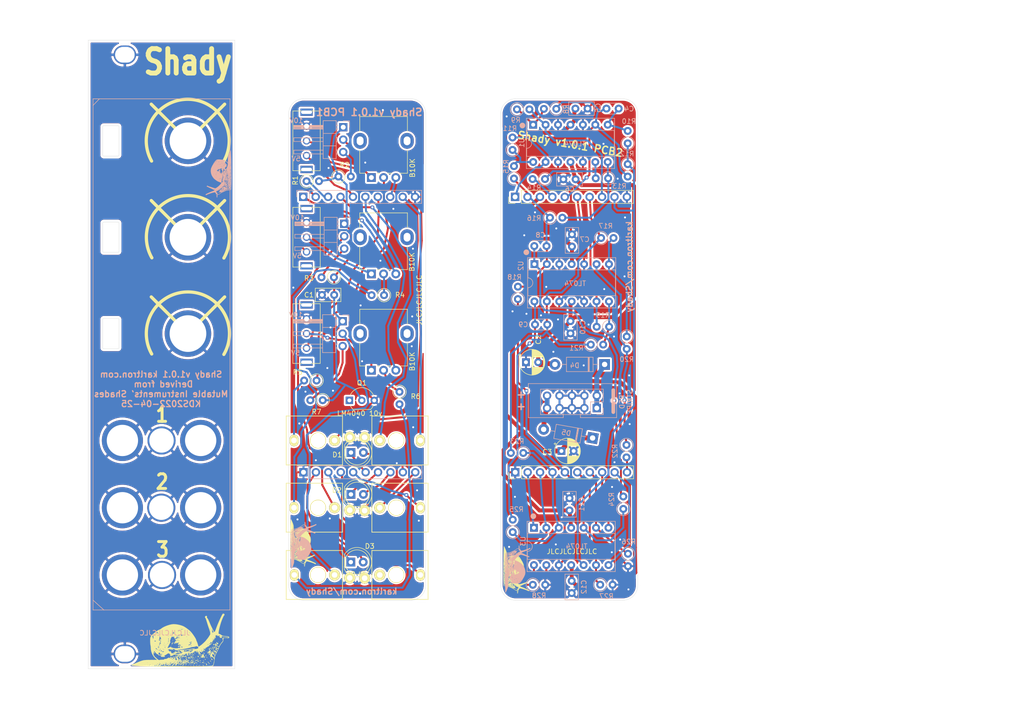
<source format=kicad_pcb>
(kicad_pcb (version 20211014) (generator pcbnew)
  (title_block (title "Shady") (date "2022-04-22") (rev "v1.0.1") (company "karltron.com") (comment 1 "based on Mutable Shades v4"))
  (layers (0 "F.Cu" signal) (31 "B.Cu" signal) (34 "B.Paste" user) (35 "F.Paste" user) (36 "B.SilkS" user "B.Silkscreen") (37 "F.SilkS" user "F.Silkscreen") (38 "B.Mask" user) (39 "F.Mask" user) (44 "Edge.Cuts" user))
  (net 0 "")
  (net 1 "GND")
  (net 2 "+12V")
  (net 3 "-12V")
  (net 4 "Net-(D2-Pad1)")
  (net 5 "Net-(D1-Pad2)")
  (net 6 "Net-(J3-Pad1)")
  (net 7 "Net-(J5-Pad1)")
  (net 8 "SS1b")
  (net 9 "Net-(C3-Pad2)")
  (net 10 "SS2b")
  (net 11 "Net-(C6-Pad2)")
  (net 12 "Net-(C8-Pad2)")
  (net 13 "VREF")
  (net 14 "SS3b")
  (net 15 "Net-(R4-Pad1)")
  (net 16 "LK1t")
  (net 17 "LA1t")
  (net 18 "LK2t")
  (net 19 "LA2t")
  (net 20 "LK3t")
  (net 21 "LA3t")
  (net 22 "Net-(J1-Pad1)")
  (net 23 "Net-(J1-Pad2)")
  (net 24 "OM1t")
  (net 25 "Out1t")
  (net 26 "Net-(J3-Pad2)")
  (net 27 "Out2t")
  (net 28 "OM2t")
  (net 29 "t12V")
  (net 30 "PS1t")
  (net 31 "SS1t")
  (net 32 "Net-(J5-Pad2)")
  (net 33 "Out2b")
  (net 34 "OM2b")
  (net 35 "Out1b")
  (net 36 "OM1b")
  (net 37 "LA1b")
  (net 38 "LK1b")
  (net 39 "PS1b")
  (net 40 "OM3t")
  (net 42 "PS3t")
  (net 43 "SS3t")
  (net 44 "PS2t")
  (net 45 "SS2t")
  (net 46 "OM3b")
  (net 47 "LK3b")
  (net 48 "LA3b")
  (net 49 "PS3b")
  (net 50 "LK2b")
  (net 51 "LA2b")
  (net 52 "PS2b")
  (net 53 "Net-(JP1-Pad3)")
  (net 54 "Net-(JP2-Pad3)")
  (net 55 "Net-(JP3-Pad3)")
  (net 56 "Net-(R10-Pad1)")
  (net 57 "Net-(R13-Pad2)")
  (net 58 "Net-(R11-Pad2)")
  (net 59 "Net-(R8-Pad2)")
  (net 60 "Net-(R15-Pad1)")
  (net 61 "Net-(R19-Pad1)")
  (net 62 "Net-(R19-Pad2)")
  (net 63 "Net-(R22-Pad1)")
  (net 64 "Net-(R26-Pad1)")
  (net 65 "Net-(RV2-Pad1)")
  (net 66 "Net-(RV1-Pad1)")
  (net 67 "Net-(RV3-Pad1)")
  (net 68 "Net-(U3-Pad13)")
  (footprint "Symbol:snail4.sm" (layer "F.Cu") (at 78.64632 130.29632 -90)
    (fp_text reference "G1" hide)
    (fp_text value "Logo_Open_Hardware_Small" hide)
  )
  (footprint "Symbol:snail4" (layer "F.Cu") (at 53.8 149.95)
    (fp_text reference "G***" hide)
    (fp_text value "LOGO" hide)
  )
  (footprint "MountingHole:MountingHole_3.2mm_M3_Pad" (layer "F.Cu") (at 42.05 30.25)
    (fp_text reference "REF**" hide)
    (fp_text value "MountingHole_3.2mm_M3_Pad")
  )
  (footprint "MountingHole:MountingHole_3.2mm_M3_Pad" (layer "F.Cu") (at 42.05 152.75)
    (fp_text reference "REF**" hide)
    (fp_text value "MountingHole_3.2mm_M3_Pad")
  )
  (footprint "Capacitor_THT:CP_Radial_D5.0mm_P2.50mm" (layer "F.Cu") (at 131.304877 111.254673)
    (fp_text reference "C3")
    (fp_text value "10u")
  )
  (footprint "Capacitor_THT:CP_Radial_D5.0mm_P2.50mm" (layer "F.Cu") (at 124.049765 93.104673)
    (fp_text reference "C2")
    (fp_text value "10u")
  )
  (footprint "MountingHole:MountingHole_8.4mm_M8_Pad" (layer "F.Cu") (at 54.95 47.85 90)
    (fp_text reference "REF**" hide)
    (fp_text value "MountingHole_8.4mm_M8_Pad")
  )
  (footprint "MountingHole:MountingHole_8.4mm_M8_Pad" (layer "F.Cu") (at 54.95 67.55)
    (fp_text reference "REF**" hide)
    (fp_text value "MountingHole_8.4mm_M8_Pad")
  )
  (footprint "MountingHole:MountingHole_6.4mm_M6_Pad" (layer "F.Cu") (at 41.55 109.1)
    (fp_text reference "REF**" hide)
    (fp_text value "MountingHole_6.4mm_M6_Pad")
  )
  (footprint "MountingHole:MountingHole_6.4mm_M6_Pad" (layer "F.Cu") (at 41.55 136.6)
    (fp_text reference "REF**" hide)
    (fp_text value "MountingHole_6.4mm_M6_Pad")
  )
  (footprint "MountingHole:MountingHole_6.4mm_M6_Pad" (layer "F.Cu") (at 57.55 109.1)
    (fp_text reference "REF**" hide)
    (fp_text value "MountingHole_6.4mm_M6_Pad")
  )
  (footprint "europi:Thonkiconn" (layer "F.Cu") (at 81.54632 122.84632 90)
    (fp_text reference "J3" hide)
    (fp_text value "JACK_2P")
  )
  (footprint "europi:Thonkiconn" (layer "F.Cu") (at 97.54632 122.84632 -90)
    (fp_text reference "J4" hide)
    (fp_text value "JACK_2P")
  )
  (footprint "Resistor_THT:R_Axial_DIN0207_L6.3mm_D2.5mm_P2.54mm_Vertical" (layer "F.Cu") (at 81.24632 96.84632 180)
    (fp_text reference "R5")
    (fp_text value "100K")
  )
  (footprint "Connector_PinHeader_2.54mm:PinHeader_1x10_P2.54mm_Vertical" (layer "F.Cu") (at 121.829877 59.304673 90)
    (fp_text reference "J7" hide)
    (fp_text value "Conn_01x10_Male")
  )
  (footprint "" (layer "F.Cu") (at 49.55 109.1)
    (fp_text reference "")
    (fp_text value "")
  )
  (footprint "MountingHole:MountingHole_8.4mm_M8_Pad" (layer "F.Cu") (at 54.95 87.25)
    (fp_text reference "REF**" hide)
    (fp_text value "MountingHole_8.4mm_M8_Pad")
  )
  (footprint "Connector_PinHeader_2.54mm:PinHeader_1x10_P2.54mm_Vertical" (layer "F.Cu") (at 121.854877 115.604673 90)
    (fp_text reference "J8" hide)
    (fp_text value "Conn_01x10_Male")
  )
  (footprint "LED_THT:LED_D5.0mm" (layer "F.Cu") (at 88.275 111.57)
    (fp_text reference "D1")
    (fp_text value "BIPOLAR")
  )
  (footprint "europi:Thonkiconn" (layer "F.Cu") (at 81.54632 136.59632 90)
    (fp_text reference "J5")
    (fp_text value "JACK_2P")
  )
  (footprint "Cust:SPDT_Tayda-A5111" (layer "F.Cu") (at 79.19632 47.84632 90)
    (fp_text reference "SW1" hide)
    (fp_text value "SW_SPDT")
  )
  (footprint "Potentiometer_THT:Potentiometer_Alpha_RD901F-40-00D_Single_Vertical" (layer "F.Cu") (at 92.44632 94.74632 90)
    (fp_text reference "RV3" hide)
    (fp_text value "B10K")
  )
  (footprint "" (layer "F.Cu") (at 49.5 122.85)
    (fp_text reference "")
    (fp_text value "")
  )
  (footprint "Resistor_THT:R_Axial_DIN0207_L6.3mm_D2.5mm_P2.54mm_Vertical" (layer "F.Cu") (at 85.70632 55.14632)
    (fp_text reference "R2")
    (fp_text value "100K")
  )
  (footprint "" (layer "F.Cu") (at 49.65 136.6)
    (fp_text reference "")
    (fp_text value "")
  )
  (footprint "MountingHole:MountingHole_6.4mm_M6_Pad" (layer "F.Cu") (at 41.55 122.85)
    (fp_text reference "REF**" hide)
    (fp_text value "MountingHole_6.4mm_M6_Pad")
  )
  (footprint "Package_TO_SOT_THT:TO-92_Inline_Wide" (layer "F.Cu") (at 87.95632 100.90632)
    (fp_text reference "Q1")
    (fp_text value "LM4040B10")
  )
  (footprint "europi:Thonkiconn" (layer "F.Cu") (at 97.54632 109.09632 -90)
    (fp_text reference "J2" hide)
    (fp_text value "JACK_2P")
  )
  (footprint "LED_THT:LED_D5.0mm" (layer "F.Cu") (at 88.24 133.97)
    (fp_text reference "D3")
    (fp_text value "BIPOLAR")
  )
  (footprint "Cust:SPDT_Tayda-A5111" (layer "F.Cu") (at 79.19632 87.24632 90)
    (fp_text reference "SW3" hide)
    (fp_text value "SW_SPDT")
  )
  (footprint "Resistor_THT:R_Axial_DIN0207_L6.3mm_D2.5mm_P2.54mm_Vertical" (layer "F.Cu") (at 84.79632 75.74632 180)
    (fp_text reference "R3")
    (fp_text value "100K")
  )
  (footprint "MountingHole:MountingHole_6.4mm_M6_Pad" (layer "F.Cu") (at 57.55 122.85)
    (fp_text reference "REF**" hide)
    (fp_text value "MountingHole_6.4mm_M6_Pad")
  )
  (footprint "europi:Thonkiconn" (layer "F.Cu") (at 81.54632 109.09632 90)
    (fp_text reference "J1" hide)
    (fp_text value "JACK_2P")
  )
  (footprint "Capacitor_THT:C_Disc_D5.0mm_W2.5mm_P2.50mm" (layer "F.Cu") (at 84.84632 79.34632 180)
    (fp_text reference "C1")
    (fp_text value "100n")
  )
  (footprint "MountingHole:MountingHole_6.4mm_M6_Pad" (layer "F.Cu") (at 57.55 136.6)
    (fp_text reference "REF**" hide)
    (fp_text value "MountingHole_6.4mm_M6_Pad")
  )
  (footprint "Potentiometer_THT:Potentiometer_Alpha_RD901F-40-00D_Single_Vertical" (layer "F.Cu") (at 92.44632 75.04632 90)
    (fp_text reference "RV2" hide)
    (fp_text value "B10K")
  )
  (footprint "europi:Thonkiconn" (layer "F.Cu") (at 97.54632 136.59632 -90)
    (fp_text reference "J6")
    (fp_text value "JACK_2P")
  )
  (footprint "Resistor_THT:R_Axial_DIN0207_L6.3mm_D2.5mm_P2.54mm_Vertical" (layer "F.Cu") (at 79.19632 56.09632)
    (fp_text reference "R1")
    (fp_text value "3K3")
  )
  (footprint "Resistor_THT:R_Axial_DIN0207_L6.3mm_D2.5mm_P2.54mm_Vertical" (layer "F.Cu") (at 98.19632 99.15132 -90)
    (fp_text reference "R6")
    (fp_text value "100K")
  )
  (footprint "Potentiometer_THT:Potentiometer_Alpha_RD901F-40-00D_Single_Vertical" (layer "F.Cu") (at 92.44632 55.34632 90)
    (fp_text reference "RV1" hide)
    (fp_text value "B10K")
  )
  (footprint "LED_THT:LED_D5.0mm" (layer "F.Cu") (at 88.27132 120.12)
    (fp_text reference "D2")
    (fp_text value "BIPOLAR")
  )
  (footprint "Cust:SPDT_Tayda-A5111" (layer "F.Cu") (at 79.19632 67.54632 90)
    (fp_text reference "SW2" hide)
    (fp_text value "SW_SPDT")
  )
  (footprint "Resistor_THT:R_Axial_DIN0207_L6.3mm_D2.5mm_P2.54mm_Vertical" (layer "F.Cu") (at 82.5 100.875 180)
    (fp_text reference "R7")
    (fp_text value "100K")
  )
  (footprint "Resistor_THT:R_Axial_DIN0207_L6.3mm_D2.5mm_P2.54mm_Vertical" (layer "F.Cu") (at 95.04132 79.39632 180)
    (fp_text reference "R4")
    (fp_text value "100K")
  )
  (footprint "Symbol:snail4.sm" (layer "F.Cu") (at 122.204877 135.804673 -90)
    (fp_text reference "G2" hide)
    (fp_text value "Logo_Open_Hardware_Small" hide)
  )
  (footprint "Symbol:snail4.sm" (layer "B.Cu") (at 78.74632 130.29632 90)
    (fp_text reference "G3" hide)
    (fp_text value "Logo_Open_Hardware_Small" hide)
  )
  (footprint "Diode_THT:D_DO-41_SOD81_P10.16mm_Horizontal" (layer "B.Cu") (at 140.134877 93.554673 180)
    (fp_text reference "D4")
    (fp_text value "1N5819")
  )
  (footprint "Diode_THT:D_DO-41_SOD81_P10.16mm_Horizontal" (layer "B.Cu") (at 137.675 108.6 170)
    (fp_text reference "D5")
    (fp_text value "1N5819")
  )
  (footprint "Connector_PinHeader_2.54mm:PinHeader_2x05_P2.54mm_Vertical" (layer "B.Cu") (at 138.529877 102.479673 90)
    (fp_text reference "J11" hide)
    (fp_text value "Conn_02x05_Odd_Even")
  )
  (footprint "Symbol:snail4.sm" (layer "B.Cu") (at 61.039083 54.847848 -90)
    (fp_text reference "G***" hide)
    (fp_text value "LOGO" hide)
  )
  (footprint "Capacitor_THT:C_Disc_D3.0mm_W2.0mm_P2.50mm" (layer "B.Cu") (at 128.404877 85.404673 180)
    (fp_text reference "C9")
    (fp_text value "22p")
  )
  (footprint "Resistor_THT:R_Axial_DIN0207_L6.3mm_D2.5mm_P2.54mm_Vertical" (layer "B.Cu") (at 137.304877 89.504673)
    (fp_text reference "R21")
    (fp_text value "100K")
  )
  (footprint "Resistor_THT:R_Axial_DIN0207_L6.3mm_D2.5mm_P2.54mm_Vertical" (layer "B.Cu") (at 141.054877 85.854673 180)
    (fp_text reference "R19")
    (fp_text value "100K")
  )
  (footprint "Connector_PinHeader_2.54mm:PinHeader_1x03_P2.54mm_Horizontal" (layer "B.Cu") (at 86.57132 84.72132 180)
    (fp_text reference "JP3" hide)
    (fp_text value "Conn_01x03_Male")
  )
  (footprint "Capacitor_THT:C_Disc_D5.0mm_W2.5mm_P2.50mm" (layer "B.Cu") (at 132.954877 123.404673 90)
    (fp_text reference "C11")
    (fp_text value "100n")
  )
  (footprint "Resistor_THT:R_Axial_DIN0207_L6.3mm_D2.5mm_P2.54mm_Vertical" (layer "B.Cu") (at 125.454877 138.604673)
    (fp_text reference "R28")
    (fp_text value "33K")
  )
  (footprint "Resistor_THT:R_Axial_DIN0207_L6.3mm_D2.5mm_P2.54mm_Vertical" (layer "B.Cu") (at 121.304877 49.699673 90)
    (fp_text reference "R11")
    (fp_text value "100K")
  )
  (footprint "Resistor_THT:R_Axial_DIN0207_L6.3mm_D2.5mm_P2.54mm_Vertical" (layer "B.Cu") (at 144.854877 48.354673 90)
    (fp_text reference "R10")
    (fp_text value "1K")
  )
  (footprint "Capacitor_THT:C_Disc_D5.0mm_W2.5mm_P2.50mm" (layer "B.Cu") (at 134.154877 41.254673)
    (fp_text reference "C5")
    (fp_text value "100n")
  )
  (footprint "Symbol:snail4.sm" (layer "B.Cu") (at 122.504877 135.154673 90)
    (fp_text reference "G4" hide)
    (fp_text value "Logo_Open_Hardware_Small" hide)
  )
  (footprint "Resistor_THT:R_Axial_DIN0207_L6.3mm_D2.5mm_P2.54mm_Vertical" (layer "B.Cu") (at 144.654877 87.854673 -90)
    (fp_text reference "R20")
    (fp_text value "100K")
  )
  (footprint "Capacitor_THT:C_Disc_D5.0mm_W2.5mm_P2.50mm" (layer "B.Cu") (at 131.704877 55.704673)
    (fp_text reference "C6")
    (fp_text value "100n")
  )
  (footprint "Resistor_THT:R_Axial_DIN0207_L6.3mm_D2.5mm_P2.54mm_Vertical" (layer "B.Cu") (at 144.904877 132.259673 -90)
    (fp_text reference "R26")
    (fp_text value "33K")
  )
  (footprint "Capacitor_THT:C_Disc_D3.0mm_W2.0mm_P2.50mm" (layer "B.Cu") (at 128.254877 69.354673 180)
    (fp_text reference "C8")
    (fp_text value "22p")
  )
  (footprint "Resistor_THT:R_Axial_DIN0207_L6.3mm_D2.5mm_P2.54mm_Vertical" (layer "B.Cu") (at 144.604877 110.014673 -90)
    (fp_text reference "R22")
    (fp_text value "100K")
  )
  (footprint "Resistor_THT:R_Axial_DIN0207_L6.3mm_D2.5mm_P2.54mm_Vertical" (layer "B.Cu") (at 127.949877 55.654673 180)
    (fp_text reference "R14")
    (fp_text value "100K")
  )
  (footprint "Capacitor_THT:C_Disc_D3.0mm_W2.0mm_P2.50mm" (layer "B.Cu") (at 140.504877 41.254673)
    (fp_text reference "C4")
    (fp_text value "22p")
  )
  (footprint "Capacitor_THT:C_Disc_D5.0mm_W2.5mm_P2.50mm" (layer "B.Cu") (at 133.404877 140.304673 90)
    (fp_text reference "C12")
    (fp_text value "100n")
  )
  (footprint "Package_DIP:DIP-14_W7.62mm_Socket" (layer "B.Cu") (at 125.529877 44.554673 -90)
    (fp_text reference "U1")
    (fp_text value "TL074")
  )
  (footprint "Package_DIP:DIP-14_W7.62mm_Socket" (layer "B.Cu") (at 125.679877 126.954673 -90)
    (fp_text reference "U3")
    (fp_text value "TL074")
  )
  (footprint "Resistor_THT:R_Axial_DIN0207_L6.3mm_D2.5mm_P2.54mm_Vertical" (layer "B.Cu") (at 130.254877 41.304673 180)
    (fp_text reference "R8")
    (fp_text value "100K")
  )
  (footprint "Resistor_THT:R_Axial_DIN0207_L6.3mm_D2.5mm_P2.54mm_Vertical" (layer "B.Cu") (at 139.409877 67.704673)
    (fp_text reference "R17")
    (fp_text value "100K")
  )
  (footprint "Resistor_THT:R_Axial_DIN0207_L6.3mm_D2.5mm_P2.54mm_Vertical" (layer "B.Cu") (at 122.214877 41.404673)
    (fp_text reference "R9")
    (fp_text value "100K")
  )
  (footprint "Connector_PinHeader_2.54mm:PinHeader_1x03_P2.54mm_Horizontal" (layer "B.Cu") (at 86.69632 45.05632 180)
    (fp_text reference "JP1" hide)
    (fp_text value "Conn_01x03_Male")
  )
  (footprint "Resistor_THT:R_Axial_DIN0207_L6.3mm_D2.5mm_P2.54mm_Vertical" (layer "B.Cu") (at 144.854877 52.609673 -90)
    (fp_text reference "R12")
    (fp_text value "100K")
  )
  (footprint "Resistor_THT:R_Axial_DIN0207_L6.3mm_D2.5mm_P2.54mm_Vertical" (layer "B.Cu") (at 128.954877 63.554673)
    (fp_text reference "R16")
    (fp_text value "100K")
  )
  (footprint "Resistor_THT:R_Axial_DIN0207_L6.3mm_D2.5mm_P2.54mm_Vertical" (layer "B.Cu") (at 122.404877 80.199673 90)
    (fp_text reference "R18")
    (fp_text value "100K")
  )
  (footprint "Connector_PinHeader_2.54mm:PinHeader_1x03_P2.54mm_Horizontal" (layer "B.Cu") (at 86.89632 64.80632 180)
    (fp_text reference "JP2" hide)
    (fp_text value "Conn_01x03_Male")
  )
  (footprint "Connector_PinHeader_2.54mm:PinHeader_1x10_P2.54mm_Vertical" (layer "B.Cu") (at 78.57132 115.59632 -90)
    (fp_text reference "J10" hide)
    (fp_text value "Conn_01x10_Female")
  )
  (footprint "Capacitor_THT:C_Disc_D5.0mm_W2.5mm_P2.50mm" (layer "B.Cu") (at 133.454877 69.454673 90)
    (fp_text reference "C7")
    (fp_text value "100n")
  )
  (footprint "Connector_PinHeader_2.54mm:PinHeader_1x10_P2.54mm_Vertical" (layer "B.Cu") (at 78.52132 59.29632 -90)
    (fp_text reference "J9" hide)
    (fp_text value "Conn_01x10_Female")
  )
  (footprint "Resistor_THT:R_Axial_DIN0207_L6.3mm_D2.5mm_P2.54mm_Vertical" (layer "B.Cu") (at 123.504877 111.654673 180)
    (fp_text reference "R23")
    (fp_text value "100K")
  )
  (footprint "Resistor_THT:R_Axial_DIN0207_L6.3mm_D2.5mm_P2.54mm_Vertical" (layer "B.Cu") (at 140.854877 55.504673 180)
    (fp_text reference "R13")
    (fp_text value "100K")
  )
  (footprint "Resistor_THT:R_Axial_DIN0207_L6.3mm_D2.5mm_P2.54mm_Vertical" (layer "B.Cu") (at 143.954877 123.094673 90)
    (fp_text reference "R24")
    (fp_text value "1K")
  )
  (footprint "Package_DIP:DIP-14_W7.62mm_Socket" (layer "B.Cu") (at 125.779877 73.054673 -90)
    (fp_text reference "U2")
    (fp_text value "TL074")
  )
  (footprint "Capacitor_THT:C_Disc_D5.0mm_W2.5mm_P2.50mm" (layer "B.Cu") (at 133.154877 87.204673 90)
    (fp_text reference "C10")
    (fp_text value "100n")
  )
  (footprint "Resistor_THT:R_Axial_DIN0207_L6.3mm_D2.5mm_P2.54mm_Vertical" (layer "B.Cu") (at 139.23 138.59)
    (fp_text reference "R27")
    (fp_text value "33K")
  )
  (footprint "Resistor_THT:R_Axial_DIN0207_L6.3mm_D2.5mm_P2.54mm_Vertical" (layer "B.Cu") (at 121.604877 55.554673 90)
    (fp_text reference "R15")
    (fp_text value "100K")
  )
  (footprint "Resistor_THT:R_Axial_DIN0207_L6.3mm_D2.5mm_P2.54mm_Vertical" (layer "B.Cu") (at 121.35 127.84 90)
    (fp_text reference "R25")
    (fp_text value "1K")
  )
  (gr_line (start 63.55 143.75) (end 63.55 39.25) (layer "B.SilkS") (width 0.12))
  (gr_line (start 141.904877 103.304673) (end 141.904877 98.804673) (layer "B.SilkS") (width 0.75))
  (gr_line (start 135.179877 103.629673) (end 135.179877 104.429673) (layer "B.SilkS") (width 0.12))
  (gr_line (start 135.179877 104.429673) (end 142.579877 104.429673) (layer "B.SilkS") (width 0.12))
  (gr_line (start 142.579877 104.429673) (end 142.579877 97.479673) (layer "B.SilkS") (width 0.12))
  (gr_line (start 142.579877 97.479673) (end 124.529877 97.479673) (layer "B.SilkS") (width 0.12))
  (gr_line (start 124.529877 97.479673) (end 124.529877 103.779673) (layer "B.SilkS") (width 0.12))
  (gr_line (start 124.529877 103.779673) (end 124.529877 104.429673) (layer "B.SilkS") (width 0.12))
  (gr_line (start 124.529877 104.429673) (end 131.679877 104.429673) (layer "B.SilkS") (width 0.12))
  (gr_line (start 131.679877 104.429673) (end 131.679877 103.629673) (layer "B.SilkS") (width 0.12))
  (gr_line (start 35.55 39.25) (end 35.55 143.75) (layer "B.SilkS") (width 0.12))
  (gr_circle (center 123.33 44.71) (end 123.847397 44.71) (layer "B.SilkS") (width 0.12) (fill solid))
  (gr_line (start 36.85 39.25) (end 35.55 40.6) (layer "B.SilkS") (width 0.12))
  (gr_circle (center 124.13 70.63) (end 124.647397 70.63) (layer "B.SilkS") (width 0.12) (fill solid))
  (gr_circle (center 125.56 124.58) (end 126.077397 124.58) (layer "B.SilkS") (width 0.12) (fill solid))
  (gr_line (start 37.75 143.75) (end 35.55 141.75) (layer "B.SilkS") (width 0.12))
  (gr_line (start 63.55 39.25) (end 35.55 39.25) (layer "B.SilkS") (width 0.12))
  (gr_line (start 35.55 143.75) (end 63.55 143.75) (layer "B.SilkS") (width 0.12))
  (gr_arc (start 47.514076 51.978811) (mid 54.944217 39.350019) (end 62.254076 52.048811) (layer "F.SilkS") (width 0.66))
  (gr_line (start 54.95 47.85) (end 47.45 40.35) (layer "F.SilkS") (width 0.66))
  (gr_line (start 54.95 87.25) (end 62.45 79.75) (layer "F.SilkS") (width 0.66))
  (gr_line (start 54.95 67.55) (end 47.45 60.05) (layer "F.SilkS") (width 0.66))
  (gr_line (start 54.95 67.55) (end 62.45 60.05) (layer "F.SilkS") (width 0.66))
  (gr_line (start 54.95 87.25) (end 47.45 79.75) (layer "F.SilkS") (width 0.66))
  (gr_line (start 54.95 47.85) (end 62.45 40.35) (layer "F.SilkS") (width 0.66))
  (gr_arc (start 47.54 91.42) (mid 54.992658 78.737802) (end 62.29 91.51) (layer "F.SilkS") (width 0.66))
  (gr_arc (start 47.57 71.76) (mid 54.969584 59.044247) (end 62.3 71.8) (layer "F.SilkS") (width 0.66))
  (gr_arc (start 100.54632 39.24632) (mid 102.66764 40.125) (end 103.54632 42.24632) (layer "Edge.Cuts") (width 0.05))
  (gr_line (start 103.54632 42.24632) (end 103.54632 138.74632) (layer "Edge.Cuts") (width 0.05))
  (gr_line (start 100.54632 141.74632) (end 78.54632 141.74632) (layer "Edge.Cuts") (width 0.05))
  (gr_line (start 75.54632 138.74632) (end 75.54632 42.24632) (layer "Edge.Cuts") (width 0.05))
  (gr_line (start 78.54632 39.24632) (end 100.54632 39.24632) (layer "Edge.Cuts") (width 0.05))
  (gr_line (start 64.55 155.75) (end 64.55 27.25) (layer "Edge.Cuts") (width 0.05))
  (gr_arc (start 103.54632 138.74632) (mid 102.66764 140.86764) (end 100.54632 141.74632) (layer "Edge.Cuts") (width 0.05))
  (gr_arc (start 40.850001 70.450001) (mid 40.791422 70.591422) (end 40.650001 70.650001) (layer "Edge.Cuts") (width 0.05))
  (gr_line (start 40.650001 90.350001) (end 37.750001 90.350001) (layer "Edge.Cuts") (width 0.05))
  (gr_line (start 37.75 44.75) (end 40.650002 44.75) (layer "Edge.Cuts") (width 0.05))
  (gr_arc (start 40.650002 84.15) (mid 40.791423 84.208579) (end 40.850002 84.35) (layer "Edge.Cuts") (width 0.05))
  (gr_line (start 121.904877 39.254673) (end 143.904877 39.254673) (layer "Edge.Cuts") (width 0.05))
  (gr_line (start 34.55 155.75) (end 64.55 155.75) (layer "Edge.Cuts") (width 0.05))
  (gr_line (start 37.550001 70.450001) (end 37.55 64.65) (layer "Edge.Cuts") (width 0.05))
  (gr_line (start 40.850002 44.95) (end 40.850001 50.750001) (layer "Edge.Cuts") (width 0.05))
  (gr_arc (start 146.904877 138.754673) (mid 146.026197 140.875993) (end 143.904877 141.754673) (layer "Edge.Cuts") (width 0.05))
  (gr_arc (start 37.750001 50.950001) (mid 37.60858 50.891422) (end 37.550001 50.750001) (layer "Edge.Cuts") (width 0.05))
  (gr_line (start 34.55 27.25) (end 34.55 155.75) (layer "Edge.Cuts") (width 0.05))
  (gr_arc (start 40.850001 90.150001) (mid 40.791422 90.291422) (end 40.650001 90.350001) (layer "Edge.Cuts") (width 0.05))
  (gr_line (start 40.650001 50.950001) (end 37.750001 50.950001) (layer "Edge.Cuts") (width 0.05))
  (gr_line (start 146.904877 42.254673) (end 146.904877 138.754673) (layer "Edge.Cuts") (width 0.05))
  (gr_line (start 40.850002 84.35) (end 40.850001 90.150001) (layer "Edge.Cuts") (width 0.05))
  (gr_line (start 37.75 64.45) (end 40.650002 64.45) (layer "Edge.Cuts") (width 0.05))
  (gr_arc (start 143.904877 39.254673) (mid 146.026197 40.133353) (end 146.904877 42.254673) (layer "Edge.Cuts") (width 0.05))
  (gr_line (start 37.550001 50.750001) (end 37.55 44.95) (layer "Edge.Cuts") (width 0.05))
  (gr_line (start 64.55 27.25) (end 34.55 27.25) (layer "Edge.Cuts") (width 0.05))
  (gr_line (start 37.75 84.15) (end 40.650002 84.15) (layer "Edge.Cuts") (width 0.05))
  (gr_arc (start 40.650002 64.45) (mid 40.791423 64.508579) (end 40.850002 64.65) (layer "Edge.Cuts") (width 0.05))
  (gr_line (start 118.904877 138.754673) (end 118.904877 42.254673) (layer "Edge.Cuts") (width 0.05))
  (gr_arc (start 37.750001 90.350001) (mid 37.60858 90.291422) (end 37.550001 90.150001) (layer "Edge.Cuts") (width 0.05))
  (gr_arc (start 118.904877 42.254673) (mid 119.783557 40.133353) (end 121.904877 39.254673) (layer "Edge.Cuts") (width 0.05))
  (gr_arc (start 37.55 84.35) (mid 37.608579 84.208579) (end 37.75 84.15) (layer "Edge.Cuts") (width 0.05))
  (gr_arc (start 40.850001 50.750001) (mid 40.791422 50.891422) (end 40.650001 50.950001) (layer "Edge.Cuts") (width 0.05))
  (gr_line (start 37.550001 90.150001) (end 37.55 84.35) (layer "Edge.Cuts") (width 0.05))
  (gr_arc (start 78.54632 141.74632) (mid 76.425 140.86764) (end 75.54632 138.74632) (layer "Edge.Cuts") (width 0.05))
  (gr_arc (start 37.55 64.65) (mid 37.608579 64.508579) (end 37.75 64.45) (layer "Edge.Cuts") (width 0.05))
  (gr_arc (start 121.904877 141.754673) (mid 119.783557 140.875993) (end 118.904877 138.754673) (layer "Edge.Cuts") (width 0.05))
  (gr_arc (start 75.54632 42.24632) (mid 76.425 40.125) (end 78.54632 39.24632) (layer "Edge.Cuts") (width 0.05))
  (gr_arc (start 40.650002 44.75) (mid 40.791423 44.808579) (end 40.850002 44.95) (layer "Edge.Cuts") (width 0.05))
  (gr_line (start 40.650001 70.650001) (end 37.750001 70.650001) (layer "Edge.Cuts") (width 0.05))
  (gr_arc (start 37.750001 70.650001) (mid 37.60858 70.591422) (end 37.550001 70.450001) (layer "Edge.Cuts") (width 0.05))
  (gr_line (start 143.904877 141.754673) (end 121.904877 141.754673) (layer "Edge.Cuts") (width 0.05))
  (gr_line (start 40.850002 64.65) (end 40.850001 70.450001) (layer "Edge.Cuts") (width 0.05))
  (gr_arc (start 37.55 44.95) (mid 37.608579 44.808579) (end 37.75 44.75) (layer "Edge.Cuts") (width 0.05))
  (gr_text "JLCJLCJLCJLC" (at 50.2 148.45) (layer "B.SilkS") (effects (font (size 1 1)) (justify mirror)))
  (gr_text "karltron.com/Shady" (at 97.89632 139.94632) (layer "B.SilkS") (effects (font (size 1.25 1.25) (thickness 0.25)) (justify left mirror)))
  (gr_text "+\n+" (at 123.054877 101.104673 180) (layer "B.SilkS") (effects (font (size 1.5 1.5) (thickness 0.3)) (justify mirror)))
  (gr_text "Shady v1.0.1 PCB1" (at 91.99632 41.99632) (layer "B.SilkS") (effects (font (size 1.5 1.5) (thickness 0.3)) (justify mirror)))
  (gr_text "10V" (at 77.34632 63.54632) (layer "B.SilkS") (effects (font (size 1 1)) (justify mirror)))
  (gr_text "10V" (at 76.99632 83.39632) (layer "B.SilkS") (effects (font (size 1 1)) (justify mirror)))
  (gr_text "10V" (at 77.09632 43.69632) (layer "B.SilkS") (effects (font (size 1 1)) (justify mirror)))
  (gr_text "karltron.com/Shady" (at 145.204877 64.104673 90) (layer "B.SilkS") (effects (font (size 1.25 1.25) (thickness 0.25)) (justify left mirror)))
  (gr_text "5V" (at 77.04632 51.49632) (layer "B.SilkS") (effects (font (size 1 1)) (justify mirror)))
  (gr_text "Shady v1.0.1 karltron.com\nDerived from \nMutable Instruments' Shades\nKDS2022-04-25" (at 49.45 98.6) (layer "B.SilkS") (effects (font (size 1.25 1.25) (thickness 0.25)) (justify mirror)))
  (gr_text "5V" (at 76.94632 91.19632) (layer "B.SilkS") (effects (font (size 1 1)) (justify mirror)))
  (gr_text "5V" (at 77.29632 71.34632) (layer "B.SilkS") (effects (font (size 1 1)) (justify mirror)))
  (gr_text "RED\nSTRIPE" (at 144.504877 101.204673 90) (layer "B.SilkS") (effects (font (size 1 1)) (justify mirror)))
  (gr_text "2" (at 49.67 117.55) (layer "F.SilkS") (effects (font (size 3 2.5) (thickness 0.6))))
  (gr_text "JLCJLCJLCJLC" (at 133.454877 131.804673) (layer "F.SilkS") (effects (font (size 1 1))))
  (gr_text "Shady" (at 54.93 31.73) (layer "F.SilkS") (effects (font (size 5 4) (thickness 1))))
  (gr_text "Shady v1.0.1 PCB2" (at 133.104877 48.504673 -10) (layer "F.SilkS") (effects (font (size 1.5 1.5) (thickness 0.3))))
  (gr_text "JLCJLCJLCJLC" (at 102.24632 80.39632 90) (layer "F.SilkS") (effects (font (size 1 1))))
  (gr_text "LM4040 10v" (at 90.04 103.56) (layer "F.SilkS") (effects (font (size 1 1))))
  (gr_text "3" (at 49.77 131.41) (layer "F.SilkS") (effects (font (size 3 2.5) (thickness 0.6))))
  (gr_text "1" (at 49.66 103.83) (layer "F.SilkS") (effects (font (size 3 2.5) (thickness 0.6))))
  (segment (start 133.239388 66.739184) (end 133.454877 66.954673) (width 0.4) (layer "F.Cu") (net 1))
  (segment (start 140.925366 122.275162) (end 142.204877 123.554673) (width 0.4) (layer "F.Cu") (net 1))
  (segment (start 97.641809 116.270831) (end 97.641809 113.750831) (width 0.4) (layer "F.Cu") (net 1))
  (segment (start 142.204877 123.554673) (end 143.304877 124.654673) (width 0.4) (layer "F.Cu") (net 1))
  (segment (start 131.959388 128.550162) (end 131.959388 125.409184) (width 0.4) (layer "F.Cu") (net 1))
  (segment (start 130.154877 130.354673) (end 131.959388 128.550162) (width 0.4) (layer "F.Cu") (net 1))
  (segment (start 91.06632 122.84632) (end 97.641809 116.270831) (width 0.4) (layer "F.Cu") (net 1))
  (segment (start 142.154877 113.554673) (end 140.925366 114.784184) (width 0.4) (layer "F.Cu") (net 1))
  (segment (start 131.959388 125.409184) (end 131.354877 124.804673) (width 0.4) (layer "F.Cu") (net 1))
  (segment (start 134.640366 122.590162) (end 134.640366 130.694184) (width 0.4) (layer "F.Cu") (net 1))
  (segment (start 142.059877 131.954673) (end 144.904877 134.799673) (width 0.4) (layer "F.Cu") (net 1))
  (segment (start 96.94632 69.69632) (end 96.94632 61.74632) (width 0.4) (layer "F.Cu") (net 1))
  (segment (start 132.954877 120.904673) (end 134.640366 122.590162) (width 0.4) (layer "F.Cu") (net 1))
  (segment (start 134.640366 130.694184) (end 130.759877 134.574673) (width 0.4) (layer "F.Cu") (net 1))
  (segment (start 94.29632 72.34632) (end 96.94632 69.69632) (width 0.4) (layer "F.Cu") (net 1))
  (segment (start 131.704877 55.704673) (end 133.239388 57.239184) (width 0.4) (layer "F.Cu") (net 1))
  (segment (start 140.925366 114.784184) (end 140.925366 122.275162) (width 0.4) (layer "F.Cu") (net 1))
  (segment (start 143.304877 124.654673) (end 143.304877 129.354673) (width 0.4) (layer "F.Cu") (net 1))
  (segment (start 133.239388 57.239184) (end 133.239388 66.739184) (width 0.4) (layer "F.Cu") (net 1))
  (segment (start 97.641809 113.750831) (end 97.64632 113.74632) (width 0.4) (layer "F.Cu") (net 1))
  (segment (start 141.604877 131.954673) (end 142.059877 131.954673) (width 0.4) (layer "F.Cu") (net 1))
  (via (at 81.09632 113.14632) (size 0.8) (drill 0.4) (layers "F.Cu" "B.Cu") (net 1))
  (via (at 97.64632 113.74632) (size 0.8) (drill 0.4) (layers "F.Cu" "B.Cu") (net 1))
  (via (at 83.69632 53.39632) (size 0.8) (drill 0.4) (layers "F.Cu" "B.Cu") (net 1))
  (via (at 139.904877 48.454673) (size 0.8) (drill 0.4) (layers "F.Cu" "B.Cu") (net 1))
  (via (at 84.6 98.925) (size 0.8) (drill 0.4) (layers "F.Cu" "B.Cu") (net 1))
  (via (at 124.154877 83.204673) (size 0.8) (drill 0.4) (layers "F.Cu" "B.Cu") (net 1))
  (via (at 90.54632 92.89632) (size 0.8) (drill 0.4) (layers "F.Cu" "B.Cu") (net 1))
  (via (at 140.054877 78.154673) (size 0.8) (drill 0.4) (layers "F.Cu" "B.Cu") (net 1))
  (via (at 141.654877 118.604673) (size 0.8) (drill 0.4) (layers "F.Cu" "B.Cu") (net 1))
  (via (at 76.49632 77.84632) (size 0.8) (drill 0.4) (layers "F.Cu" "B.Cu") (net 1))
  (via (at 96.94632 61.74632) (size 0.8) (drill 0.4) (layers "F.Cu" "B.Cu") (net 1))
  (via (at 136.854877 85.404673) (size 0.8) (drill 0.4) (layers "F.Cu" "B.Cu") (net 1))
  (via (at 89.69632 104.39632) (size 0.8) (drill 0.4) (layers "F.Cu" "B.Cu") (net 1))
  (via (at 94.79632 41.54632) (size 0.8) (drill 0.4) (layers "F.Cu" "B.Cu") (net 1))
  (via (at 141.604877 131.954673) (size 0.8) (drill 0.4) (layers "F.Cu" "B.Cu") (net 1))
  (via (at 128.2 77.7) (size 0.8) (drill 0.4) (layers "F.Cu" "B.Cu") (net 1))
  (via (at 91.2 52.29) (size 0.8) (drill 0.4) (layers "F.Cu" "B.Cu") (net 1))
  (via (at 94.29632 72.34632) (size 0.8) (drill 0.4) (layers "F.Cu" "B.Cu") (net 1))
  (via (at 144.204877 75.554673) (size 0.8) (drill 0.4) (layers "F.Cu" "B.Cu") (net 1))
  (via (at 143.304877 129.354673) (size 0.8) (drill 0.4) (layers "F.Cu" "B.Cu") (net 1))
  (via (at 78.975 99.125) (size 0.8) (drill 0.4) (layers "F.Cu" "B.Cu") (net 1))
  (via (at 131.354877 124.804673) (size 0.8) (drill 0.4) (layers "F.Cu" "B.Cu") (net 1))
  (via (at 121.304877 82.704673) (size 0.8) (drill 0.4) (layers "F.Cu" "B.Cu") (net 1))
  (via (at 142.8 55.575) (size 0.8) (drill 0.4) (layers "F.Cu" "B.Cu") (net 1))
  (via (at 143.2 99.475) (size 0.8) (drill 0.4) (layers "F.Cu" "B.Cu") (net 1))
  (via (at 100.94632 69.89632) (size 0.8) (drill 0.4) (layers "F.Cu" "B.Cu") (net 1))
  (via (at 144.304877 63.504673) (size 0.8) (drill 0.4) (layers "F.Cu" "B.Cu") (net 1))
  (via (at 145.154877 95.804673) (size 0.8) (drill 0.4) (layers "F.Cu" "B.Cu") (net 1))
  (via (at 84.09632 85.99632) (size 0.8) (drill 0.4) (layers "F.Cu" "B.Cu") (net 1))
  (via (at 130.154877 130.354673) (size 0.8) (drill 0.4) (layers "F.Cu" "B.Cu") (net 1))
  (via (at 83.44632 94.29632) (size 0.8) (drill 0.4) (layers "F.Cu" "B.Cu") (net 1))
  (via (at 102.14632 125.49632) (size 0.8) (drill 0.4) (layers "F.Cu" "B.Cu") (net 1))
  (via (at 129.66 90.97) (size 0.8) (drill 0.4) (layers "F.Cu" "B.Cu") (net 1))
  (via (at 101.79632 119.29632) (size 0.8) (drill 0.4) (layers "F.Cu" "B.Cu") (net 1))
  (via (at 142.154877 113.554673) (size 0.8) (drill 0.4) (layers "F.Cu" "B.Cu") (net 1))
  (via (at 130.254877 65.754673) (size 0.8) (drill 0.4) (layers "F.Cu" "B.Cu") (net 1))
  (via (at 142.054877 87.854673) (size 0.8) (drill 0.4) (layers "F.Cu" "B.Cu") (net 1))
  (via (at 120.604877 130.854673) (size 0.8) (drill 0.4) (layers "F.Cu" "B.Cu") (net 1))
  (via (at 130.604877 84.354673) (size 0.8) (drill 0.4) (layers "F.Cu" "B.Cu") (net 1))
  (via (at 127.125 83.525) (size 0.8) (drill 0.4) (layers "F.Cu" "B.Cu") (net 1))
  (via (at 100.79632 83.74632) (size 0.8) (drill 0.4) (layers "F.Cu" "B.Cu") (net 1))
  (via (at 145.004877 139.554673) (size 0.8) (drill 0.4) (layers "F.Cu" "B.Cu") (net 1))
  (via (at 77.725 105.625) (size 0.8) (drill 0.4) (layers "F.Cu" "B.Cu") (net 1))
  (via (at 121.8 120.625) (size 0.8) (drill 0.4) (layers "F.Cu" "B.Cu") (net 1))
  (via (at 145.254877 105.754673) (size 0.8) (drill 0.4) (layers "F.Cu" "B.Cu") (net 1))
  (via (at 123.704877 67.154673) (size 0.8) (drill 0.4) (layers "F.Cu" "B.Cu") (net 1))
  (via (at 83.94632 125.04632) (size 0.8) (drill 0.4) (layers "F.Cu" "B.Cu") (net 1))
  (via (at 100.69632 89.84632) (size 0.8) (drill 0.4) (layers "F.Cu" "B.Cu") (net 1))
  (via (at 125.9 62.46) (size 0.8) (drill 0.4) (layers "F.Cu" "B.Cu") (net 1))
  (via (at 120.104877 42.854673) (size 0.8) (drill 0.4) (layers "F.Cu" "B.Cu") (net 1))
  (via (at 90.24632 81.49632) (size 0.8) (drill 0.4) (layers "F.Cu" "B.Cu") (net 1))
  (via (at 90.14632 140.39632) (size 0.8) (drill 0.4) (layers "F.Cu" "B.Cu") (net 1))
  (via (at 77.34632 125.24632) (size 0.8) (drill 0.4) (layers "F.Cu" "B.Cu") (net 1))
  (via (at 100.99632 106.39632) (size 0.8) (drill 0.4) (layers "F.Cu" "B.Cu") (net 1))
  (via (at 135.854877 93.754673) (size 0.8) (drill 0.4) (layers "F.Cu" "B.Cu") (net 1))
  (segment (start 133.264388 120.595162) (end 133.264388 111.795162) (width 0.4) (layer "B.Cu") (net 1))
  (segment (start 97.550831 58.819733) (end 97.550831 61.141809) (width 0.4) (layer "B.Cu") (net 1))
  (segment (start 98.323755 58.046809) (end 97.550831 58.819733) (width 0.4) (layer "B.Cu") (net 1))
  (segment (start 101.38132 59.29632) (end 100.131809 58.046809) (width 0.4) (layer "B.Cu") (net 1))
  (segment (start 90.045831 58.046809) (end 89.930831 58.161809) (width 0.4) (layer "B.Cu") (net 1))
  (segment (start 95.71632 113.74632) (end 91.06632 109.09632) (width 0.4) (layer "B.Cu") (net 1))
  (segment (start 87.413885 66.096809) (end 88.34632 67.029244) (width 0.4) (layer "B.Cu") (net 1))
  (segment (start 97.550831 61.141809) (end 96.94632 61.74632) (width 0.4) (layer "B.Cu") (net 1))
  (segment (start 88.145831 66.346809) (end 87.904858 66.587782) (width 0.4) (layer "B.Cu") (net 1))
  (segment (start 143.304877 129.354673) (end 143.304877 130.254673) (width 0.4) (layer "B.Cu") (net 1))
  (segment (start 96.94632 61.74632) (end 95.010831 59.810831) (width 0.4) (layer "B.Cu") (net 1))
  (segment (start 89.930831 63.411809) (end 88.145831 65.196809) (width 0.4) (layer "B.Cu") (net 1))
  (segment (start 132.059388 79.475162) (end 130.859877 80.674673) (width 0.4) (layer "B.Cu") (net 1))
  (segment (start 86.906809 110.215831) (end 88.02632 109.09632) (width 0.4) (layer "B.Cu") (net 1))
  (segment (start 86.971809 116.582907) (end 87.44632 116.108396) (width 0.4) (layer "B.Cu") (net 1))
  (segment (start 88.145831 65.196809) (end 88.145831 66.346809) (width 0.4) (layer "B.Cu") (net 1))
  (segment (start 132.954877 120.904673) (end 133.264388 120.595162) (width 0.4) (layer "B.Cu") (net 1))
  (segment (start 94.396809 58.046809) (end 90.045831 58.046809) (width 0.4) (layer "B.Cu") (net 1))
  (segment (start 92.19632 72.34632) (end 94.29632 72.34632) (width 0.4) (layer "B.Cu") (net 1))
  (segment (start 87.44632 116.108396) (end 87.44632 113.635342) (width 0.4) (layer "B.Cu") (net 1))
  (segment (start 135.939877 80.674673) (end 134.740366 79.475162) (width 0.4) (layer "B.Cu") (net 1))
  (segment (start 95.010831 59.810831) (end 95.010831 58.660831) (width 0.4) (layer "B.Cu") (net 1))
  (segment (start 87.44632 113.635342) (end 86.906809 113.095831) (width 0.4) (layer "B.Cu") (net 1))
  (segment (start 133.264388 111.795162) (end 133.804877 111.254673) (width 0.4) (layer "B.Cu") (net 1))
  (segment (start 100.131809 58.046809) (end 98.323755 58.046809) (width 0.4) (layer "B.Cu") (net 1))
  (segment (start 95.010831 58.660831) (end 94.396809 58.046809) (width 0.4) (layer "B.Cu") (net 1))
  (segment (start 88.34632 67.029244) (end 88.34632 68.49632) (width 0.4) (layer "B.Cu") (net 1))
  (segment (start 89.930831 58.161809) (end 89.930831 63.411809) (width 0.4) (layer "B.Cu") (net 1))
  (segment (start 143.304877 130.254673) (end 141.604877 131.954673) (width 0.4) (layer "B.Cu") (net 1))
  (segment (start 80.746809 66.096809) (end 87.413885 66.096809) (width 0.4) (layer "B.Cu") (net 1))
  (segment (start 86.906809 113.095831) (end 86.906809 110.215831) (width 0.4) (layer "B.Cu") (net 1))
  (segment (start 88.34632 68.49632) (end 92.19632 72.34632) (width 0.4) (layer "B.Cu") (net 1))
  (segment (start 97.64632 113.74632) (end 95.71632 113.74632) (width 0.4) (layer "B.Cu") (net 1))
  (segment (start 88.02632 122.84632) (end 86.971809 121.791809) (width 0.4) (layer "B.Cu") (net 1))
  (segment (start 134.740366 79.475162) (end 132.059388 79.475162) (width 0.4) (layer "B.Cu") (net 1))
  (segment (start 86.971809 121.791809) (end 86.971809 116.582907) (width 0.4) (layer "B.Cu") (net 1))
  (segment (start 79.19632 64.54632) (end 80.746809 66.096809) (width 0.4) (layer "B.Cu") (net 1))
  (segment (start 133.25 108.55) (end 131.304877 111.254673) (width 1) (layer "F.Cu") (net 2))
  (segment (start 132.954877 123.404673) (end 126.804877 123.404673) (width 0.8) (layer "F.Cu") (net 2))
  (segment (start 131.65 46.075) (end 127.925 46.25) (width 0.8) (layer "F.Cu") (net 2))
  (segment (start 122.825272 63.389278) (end 122.820272 63.389278) (width 0.8) (layer "F.Cu") (net 2))
  (segment (start 133.954877 43.749673) (end 133.149877 44.554673) (width 0.8) (layer "F.Cu") (net 2))
  (segment (start 122.820272 63.389278) (end 123.720272 64.289278) (width 0.8) (layer "F.Cu") (net 2))
  (segment (start 133.954877 41.254673) (end 133.954877 43.749673) (width 0.8) (layer "F.Cu") (net 2))
  (segment (start 131.304877 111.254673) (end 127.625 111.25) (width 1) (layer "F.Cu") (net 2))
  (segment (start 133.454877 69.454673) (end 133.454877 72.999673) (width 0.8) (layer "F.Cu") (net 2))
  (segment (start 119.504877 111.004673) (end 123.329877 107.179673) (width 0.8) (layer "F.Cu") (net 2))
  (segment (start 120.004877 103.854673) (end 123.329877 107.179673) (width 0.8) (layer "F.Cu") (net 2))
  (segment (start 126.909877 59.304673) (end 122.825272 63.389278) (width 0.8) (layer "F.Cu") (net 2))
  (segment (start 123.720272 64.289278) (end 127.285668 67.854673) (width 0.8) (layer "F.Cu") (net 2))
  (segment (start 127.285668 67.854673) (end 131.854877 67.854673) (width 0.8) (layer "F.Cu") (net 2))
  (segment (start 120.273908 45.425) (end 119.804877 46.229193) (width 0.8) (layer "F.Cu") (net 2))
  (segment (start 119.804877 46.229193) (end 119.804877 60.373882) (width 0.8) (layer "F.Cu") (net 2))
  (segment (start 133.149877 44.554673) (end 131.65 46.075) (width 0.8) (layer "F.Cu") (net 2))
  (segment (start 119.804877 60.373882) (end 122.820272 63.389278) (width 0.8) (layer "F.Cu") (net 2))
  (segment (start 127.625 111.25) (end 123.329877 107.179673) (width 1) (layer "F.Cu") (net 2))
  (segment (start 123.6 46.075) (end 121.925 45.425) (width 0.8) (layer "F.Cu") (net 2))
  (segment (start 133.299877 126.954673) (end 132.954877 123.404673) (width 0.8) (layer "F.Cu") (net 2))
  (segment (start 121.925 45.425) (end 120.273908 45.425) (width 0.8) (layer "F.Cu") (net 2))
  (segment (start 133.454877 72.999673) (end 133.399877 73.054673) (width 0.8) (layer "F.Cu") (net 2))
  (segment (start 126.804877 123.404673) (end 119.504877 116.104673) (width 0.8) (layer "F.Cu") (net 2))
  (segment (start 119.504877 116.104673) (end 119.504877 111.004673) (width 0.8) (layer "F.Cu") (net 2))
  (segment (start 137.675 108.6) (end 133.25 108.55) (width 1) (layer "F.Cu") (net 2))
  (segment (start 123.720272 64.289278) (end 120.004877 68.004673) (width 0.8) (layer "F.Cu") (net 2))
  (segment (start 120.004877 68.004673) (end 120.004877 103.854673) (width 0.8) (layer "F.Cu") (net 2))
  (segment (start 131.854877 67.854673) (end 133.454877 69.454673) (width 0.8) (layer "F.Cu") (net 2))
  (segment (start 127.925 46.25) (end 123.6 46.075) (width 0.8) (layer "F.Cu") (net 2))
  (segment (start 134.204877 55.704673) (end 133.7 54.025) (width 0.8) (layer "F.Cu") (net 3))
  (segment (start 133.404877 134.679673) (end 133.299877 134.574673) (width 0.8) (layer "F.Cu") (net 3))
  (segment (start 126.549765 93.104673) (end 128.754877 96.454673) (width 0.8) (layer "F.Cu") (net 3))
  (segment (start 133.7 54.025) (end 133.149877 52.174673) (width 0.8) (layer "F.Cu") (net 3))
  (segment (start 129.974877 93.554673) (end 126.549765 93.104673) (width 1) (layer "F.Cu") (net 3))
  (segment (start 133.154877 80.919673) (end 133.399877 80.674673) (width 0.8) (layer "F.Cu") (net 3))
  (segment (start 146.154877 79.504673) (end 141.754876 83.904674) (width 0.8) (layer "F.Cu") (net 3))
  (segment (start 135.404388 56.904184) (end 145.954388 56.904184) (width 0.8) (layer "F.Cu") (net 3))
  (segment (start 141.754876 83.904674) (end 133.954876 83.904674) (width 0.8) (layer "F.Cu") (net 3))
  (segment (start 126.549765 91.309785) (end 133.154877 84.704673) (width 0.8) (layer "F.Cu") (net 3))
  (segment (start 142.274086 140.204673) (end 135.804877 140.204673) (width 0.8) (layer "F.Cu") (net 3))
  (segment (start 146.304877 130.954673) (end 146.404877 136.104673) (width 0.8) (layer "F.Cu") (net 3))
  (segment (start 146.154877 57.104673) (end 146.154877 79.504673) (width 0.8) (layer "F.Cu") (net 3))
  (segment (start 146.354877 100.154673) (end 146.304877 130.954673) (width 0.8) (layer "F.Cu") (net 3))
  (segment (start 133.954876 83.904674) (end 133.154877 84.704673) (width 0.8) (layer "F.Cu") (net 3))
  (segment (start 143.454877 97.254673) (end 146.354877 100.154673) (width 0.8) (layer "F.Cu") (net 3))
  (segment (start 134.204877 55.704673) (end 135.404388 56.904184) (width 0.8) (layer "F.Cu") (net 3))
  (segment (start 145.954388 56.904184) (end 146.154877 57.104673) (width 0.8) (layer "F.Cu") (net 3))
  (segment (start 133.154877 84.704673) (end 133.154877 80.919673) (width 0.8) (layer "F.Cu") (net 3))
  (segment (start 133.404877 137.804673) (end 133.404877 134.679673) (width 0.8) (layer "F.Cu") (net 3))
  (segment (start 128.754877 96.454673) (end 143.454877 97.254673) (width 0.8) (layer "F.Cu") (net 3))
  (segment (start 135.804877 140.204673) (end 133.404877 137.804673) (width 0.8) (layer "F.Cu") (net 3))
  (segment (start 146.404877 136.104673) (end 142.274086 140.204673) (width 0.8) (layer "F.Cu") (net 3))
  (segment (start 126.549765 93.104673) (end 126.549765 91.309785) (width 0.8) (layer "F.Cu") (net 3))
  (segment (start 138.529877 99.939673) (end 138.529877 96.189673) (width 1) (layer "B.Cu") (net 4))
  (segment (start 138.529877 96.189673) (end 140.134877 93.554673) (width 1) (layer "B.Cu") (net 4))
  (segment (start 138.529877 102.479673) (end 138.529877 99.939673) (width 1) (layer "B.Cu") (net 4))
  (segment (start 127.825 104.275) (end 128.369877 102.479673) (width 1) (layer "F.Cu") (net 5))
  (segment (start 127.669353 106.835735) (end 127.825 104.275) (width 1) (layer "F.Cu") (net 5))
  (segment (start 128.369877 102.479673) (end 128.369877 99.939673) (width 1) (layer "B.Cu") (net 5))
  (segment (start 79.19632 95.14632) (end 77.04632 94.54632) (width 0.4) (layer "B.Cu") (net 6))
  (segment (start 79.96 97.85) (end 79.98 96.44) (width 0.4) (layer "B.Cu") (net 6))
  (segment (start 85.64632 74.39632) (end 88.39632 76.89632) (width 0.4) (layer "B.Cu") (net 6))
  (segment (start 81.159511 99.259511) (end 79.96 97.85) (width 0.4) (layer "B.Cu") (net 6))
  (segment (start 76.69632 112.44632) (end 78.075 110.35) (width 0.4) (layer "B.Cu") (net 6))
  (segment (start 81.159511 102.560861) (end 81.159511 99.259511) (width 0.4) (layer "B.Cu") (net 6))
  (segment (start 83.64632 74.14632) (end 85.64632 74.39632) (width 0.4) (layer "B.Cu") (net 6))
  (segment (start 80.872686 102.847686) (end 81.159511 102.560861) (width 0.4) (layer "B.Cu") (net 6))
  (segment (start 76.54632 79.79632) (end 81.24632 74.49632) (width 0.4) (layer "B.Cu") (net 6))
  (segment (start 78.15 107.375) (end 80.872686 102.847686) (width 0.4) (layer "B.Cu") (net 6))
  (segment (start 78.075 110.35) (end 78.15 107.375) (width 0.4) (layer "B.Cu") (net 6))
  (segment (start 77.04632 94.54632) (end 76.54632 79.79632) (width 0.4) (layer "B.Cu") (net 6))
  (segment (start 76.62632 122.84632) (end 76.69632 112.44632) (width 0.4) (layer "B.Cu") (net 6))
  (segment (start 79.98 96.41) (end 79.19632 95.14632) (width 0.4) (layer "B.Cu") (net 6))
  (segment (start 88.39632 76.89632) (end 92.50132 79.39632) (width 0.4) (layer "B.Cu") (net 6))
  (segment (start 81.24632 74.49632) (end 83.64632 74.14632) (width 0.4) (layer "B.Cu") (net 6))
  (segment (start 100.14632 116.24632) (end 100.14632 113.69632) (width 0.4) (layer "B.Cu") (net 7))
  (segment (start 99.79632 108.99632) (end 99.44632 105.54632) (width 0.4) (layer "B.Cu") (net 7))
  (segment (start 100.54632 119.49632) (end 100.14632 116.24632) (width 0.4) (layer "B.Cu") (net 7))
  (segment (start 79.09632 139.24632) (end 98.79632 139.19632) (width 0.4) (layer "B.Cu") (net 7))
  (segment (start 100.24632 136.681644) (end 100.24632 125.34632) (width 0.4) (layer "B.Cu") (net 7))
  (segment (start 76.62632 136.59632) (end 79.09632 139.24632) (width 0.4) (layer "B.Cu") (net 7))
  (segment (start 100.59632 120.74632) (end 100.54632 119.49632) (width 0.4) (layer "B.Cu") (net 7))
  (segment (start 98.79632 139.19632) (end 100.24632 136.681644) (width 0.4) (layer "B.Cu") (net 7))
  (segment (start 100.24632 125.34632) (end 100.181809 125.281809) (width 0.4) (layer "B.Cu") (net 7))
  (segment (start 100.14632 113.69632) (end 99.79632 108.99632) (width 0.4) (layer "B.Cu") (net 7))
  (segment (start 100.181809 125.281809) (end 100.59632 120.74632) (width 0.4) (layer "B.Cu") (net 7))
  (segment (start 99.44632 105.54632) (end 98.19632 101.69132) (width 0.4) (layer "B.Cu") (net 7))
  (segment (start 137.030366 54.779184) (end 137.030366 45.754184) (width 0.4) (layer "F.Cu") (net 8))
  (segment (start 136.454877 55.354673) (end 137.030366 54.779184) (width 0.4) (layer "F.Cu") (net 8))
  (segment (start 137.030366 45.754184) (end 138.229877 44.554673) (width 0.4) (layer "F.Cu") (net 8))
  (via (at 136.454877 55.354673) (size 0.8) (drill 0.4) (layers "F.Cu" "B.Cu") (net 8))
  (segment (start 143.254877 52.804673) (end 143.004877 48.704673) (width 0.4) (layer "B.Cu") (net 8))
  (segment (start 139.504877 41.754673) (end 138.804877 41.754673) (width 0.4) (layer "B.Cu") (net 8))
  (segment (start 131.444877 39.954673) (end 137.404877 39.954673) (width 0.4) (layer "B.Cu") (net 8))
  (segment (start 137.404877 39.954673) (end 139.004877 41.554673) (width 0.4) (layer "B.Cu") (net 8))
  (segment (start 138.554877 42.554673) (end 138.229877 44.554673) (width 0.4) (layer "B.Cu") (net 8))
  (segment (start 138.804877 41.754673) (end 138.554877 42.554673) (width 0.4) (layer "B.Cu") (net 8))
  (segment (start 139.004877 41.554673) (end 138.804877 41.754673) (width 0.4) (layer "B.Cu") (net 8))
  (segment (start 130.094877 41.304673) (end 131.444877 39.954673) (width 0.4) (layer "B.Cu") (net 8))
  (segment (start 131.989877 59.304673) (end 132.504877 59.304673) (width 0.4) (layer "B.Cu") (net 8))
  (segment (start 143.004877 48.704673) (end 138.229877 44.554673) (width 0.4) (layer "B.Cu") (net 8))
  (segment (start 132.504877 59.304673) (end 136.454877 55.354673) (width 0.4) (layer "B.Cu") (net 8))
  (segment (start 143.504877 53.854673) (end 143.254877 52.804673) (width 0.4) (layer "B.Cu") (net 8))
  (segment (start 144.854877 55.149673) (end 143.504877 53.854673) (width 0.4) (layer "B.Cu") (net 8))
  (segment (start 140.004877 41.254673) (end 139.504877 41.754673) (width 0.4) (layer "B.Cu") (net 8))
  (segment (start 140.769877 44.554673) (end 141.654877 42.954673) (width 0.4) (layer "B.Cu") (net 9))
  (segment (start 140.769877 44.554673) (end 142.754877 45.054673) (width 0.4) (layer "B.Cu") (net 9))
  (segment (start 141.654877 42.954673) (end 143.004877 41.254673) (width 0.4) (layer "B.Cu") (net 9))
  (segment (start 142.754877 45.054673) (end 144.854877 45.814673) (width 0.4) (layer "B.Cu") (net 9))
  (segment (start 128.319877 73.054673) (end 128.319877 69.419673) (width 0.4) (layer "F.Cu") (net 10))
  (segment (start 128.319877 69.419673) (end 128.254877 69.354673) (width 0.4) (layer "F.Cu") (net 10))
  (segment (start 122.404877 77.659673) (end 123.714877 77.659673) (width 0.4) (layer "F.Cu") (net 10))
  (segment (start 121.354877 55.504673) (end 124.369877 58.519673) (width 0.4) (layer "F.Cu") (net 10))
  (segment (start 123.714877 77.659673) (end 128.319877 73.054673) (width 0.4) (layer "F.Cu") (net 10))
  (segment (start 124.369877 58.519673) (end 124.369877 59.304673) (width 0.4) (layer "F.Cu") (net 10))
  (segment (start 128.954877 63.554673) (end 124.704877 59.304673) (width 0.4) (layer "B.Cu") (net 10))
  (segment (start 124.704877 59.304673) (end 124.369877 59.304673) (width 0.4) (layer "B.Cu") (net 10))
  (segment (start 128.254877 69.354673) (end 128.254877 64.254673) (width 0.4) (layer "B.Cu") (net 10))
  (segment (start 128.254877 64.254673) (end 128.954877 63.554673) (width 0.4) (layer "B.Cu") (net 10))
  (segment (start 142.104877 100.954673) (end 143.054877 112.654673) (width 0.4) (layer "F.Cu") (net 11))
  (segment (start 143.465366 120.065162) (end 143.954877 120.554673) (width 0.4) (layer "F.Cu") (net 11))
  (segment (start 143.054877 112.654673) (end 143.465366 113.111528) (width 0.4) (layer "F.Cu") (net 11))
  (segment (start 143.465366 113.111528) (end 143.465366 120.065162) (width 0.4) (layer "F.Cu") (net 11))
  (via (at 142.104877 100.954673) (size 0.8) (drill 0.4) (layers "F.Cu" "B.Cu") (net 11))
  (segment (start 126.979388 74.254184) (end 125.779877 73.054673) (width 0.4) (layer "B.Cu") (net 11))
  (segment (start 141.104877 88.654673) (end 139.804877 87.654673) (width 0.4) (layer "B.Cu") (net 11))
  (segment (start 133.904877 82.954673) (end 127.854877 82.454673) (width 0.4) (layer "B.Cu") (net 11))
  (segment (start 142.604877 91.704673) (end 141.104877 88.654673) (width 0.4) (layer "B.Cu") (net 11))
  (segment (start 142.104877 100.954673) (end 142.425 96.025) (width 0.4) (layer "B.Cu") (net 11))
  (segment (start 127.854877 82.454673) (end 126.979388 81.171528) (width 0.4) (layer "B.Cu") (net 11))
  (segment (start 134.804877 84.054673) (end 133.904877 82.954673) (width 0.4) (layer "B.Cu") (net 11))
  (segment (start 126.979388 81.171528) (end 126.979388 74.254184) (width 0.4) (layer "B.Cu") (net 11))
  (segment (start 137.204388 87.054184) (end 135.904877 86.304673) (width 0.4) (layer "B.Cu") (net 11))
  (segment (start 142.754877 94.004673) (end 142.604877 91.704673) (width 0.4) (layer "B.Cu") (net 11))
  (segment (start 139.804877 87.654673) (end 137.204388 87.054184) (width 0.4) (layer "B.Cu") (net 11))
  (segment (start 125.754877 73.029673) (end 125.779877 73.054673) (width 0.4) (layer "B.Cu") (net 11))
  (segment (start 142.425 96.025) (end 142.754877 94.004673) (width 0.4) (layer "B.Cu") (net 11))
  (segment (start 125.754877 69.354673) (end 125.754877 73.029673) (width 0.4) (layer "B.Cu") (net 11))
  (segment (start 135.904877 86.304673) (end 134.804877 84.054673) (width 0.4) (layer "B.Cu") (net 11))
  (segment (start 125.904877 85.404673) (end 125.904877 88.404673) (width 0.4) (layer "F.Cu") (net 12))
  (segment (start 125.054877 89.254673) (end 125.904877 88.404673) (width 0.4) (layer "F.Cu") (net 12))
  (segment (start 124.804877 89.254673) (end 125.054877 89.254673) (width 0.4) (layer "F.Cu") (net 12))
  (via (at 124.804877 89.254673) (size 0.8) (drill 0.4) (layers "F.Cu" "B.Cu") (net 12))
  (segment (start 121.35 125.3) (end 120.675 123.325) (width 0.4) (layer "B.Cu") (net 12))
  (segment (start 120.525 114.3) (end 122.304877 112.011039) (width 0.4) (layer "B.Cu") (net 12))
  (segment (start 125.904877 80.799673) (end 125.779877 80.674673) (width 0.4) (layer "B.Cu") (net 12))
  (segment (start 122.304877 112.011039) (end 122.304877 91.754673) (width 0.4) (layer "B.Cu") (net 12))
  (segment (start 122.304877 91.754673) (end 124.804877 89.254673) (width 0.4) (layer "B.Cu") (net 12))
  (segment (start 120.525 117.025) (end 120.525 114.3) (width 0.4) (layer "B.Cu") (net 12))
  (segment (start 125.904877 85.404673) (end 125.904877 80.799673) (width 0.4) (layer "B.Cu") (net 12))
  (segment (start 120.675 123.325) (end 120.525 117.025) (width 0.4) (layer "B.Cu") (net 12))
  (segment (start 84.84632 79.34632) (end 84.84632 75.79632) (width 0.4) (layer "F.Cu") (net 13))
  (segment (start 84.84632 75.79632) (end 84.79632 75.74632) (width 0.4) (layer "F.Cu") (net 13))
  (segment (start 88.145831 66.055831) (end 86.89632 64.80632) (width 0.4) (layer "F.Cu") (net 13))
  (segment (start 88.49632 71.09632) (end 88.145831 66.055831) (width 0.4) (layer "F.Cu") (net 13))
  (segment (start 84.79632 75.74632) (end 88.49632 71.09632) (width 0.4) (layer "F.Cu") (net 13))
  (segment (start 84.84632 82.99632) (end 86.57132 84.72132) (width 0.4) (layer "B.Cu") (net 13))
  (segment (start 81.73632 56.09632) (end 84.24632 55.74632) (width 0.4) (layer "B.Cu") (net 13))
  (segment (start 85.2 86.45) (end 86.57132 84.72132) (width 0.4) (layer "B.Cu") (net 13))
  (segment (start 85.321809 96.865831) (end 85.2 86.45) (width 0.4) (layer "B.Cu") (net 13))
  (segment (start 84.906321 46.846319) (end 86.69632 45.05632) (width 0.4) (layer "B.Cu") (net 13))
  (segment (start 84.24632 55.74632) (end 85.70632 55.14632) (width 0.4) (layer "B.Cu") (net 13))
  (segment (start 84.79632 79.29632) (end 84.84632 79.34632) (width 0.4) (layer "B.Cu") (net 13))
  (segment (start 86.89632 64.80632) (end 87.390831 64.311809) (width 0.4) (layer "B.Cu") (net 13))
  (segment (start 84.525 100.875) (end 82.5 100.875) (width 0.4) (layer "B.Cu") (net 13))
  (segment (start 84.24632 51.04632) (end 84.906321 46.846319) (width 0.4) (layer "B.Cu") (net 13))
  (segment (start 87.390831 56.830831) (end 85.70632 55.14632) (width 0.4) (layer "B.Cu") (net 13))
  (segment (start 90.49632 100.90632) (end 89.14632 98.69632) (width 0.4) (layer "B.Cu") (net 13))
  (segment (start 85.3 100.1) (end 84.525 100.875) (width 0.4) (layer "B.Cu") (net 13))
  (segment (start 89.14632 98.69632) (end 85.321809 96.865831) (width 0.4) (layer "B.Cu") (net 13))
  (segment (start 84.84632 79.34632) (end 84.84632 82.99632) (width 0.4) (layer "B.Cu") (net 13))
  (segment (start 85.70632 55.14632) (end 84.24632 51.04632) (width 0.4) (layer "B.Cu") (net 13))
  (segment (start 87.390831 64.311809) (end 87.390831 56.830831) (width 0.4) (layer "B.Cu") (net 13))
  (segment (start 85.3 100.1) (end 87.15 97.75) (width 0.4) (layer "B.Cu") (net 13))
  (segment (start 137.069877 59.304673) (end 137.35 63.65) (width 0.4) (layer "F.Cu") (net 14))
  (segment (start 137.35 63.65) (end 139.409877 67.704673) (width 0.4) (layer "F.Cu") (net 14))
  (segment (start 128.319877 85.319673) (end 128.404877 85.404673) (width 0.4) (layer "F.Cu") (net 14))
  (segment (start 128.319877 80.674673) (end 128.319877 85.319673) (width 0.4) (layer "F.Cu") (net 14))
  (segment (start 139.409877 67.704673) (end 134.740366 72.374184) (width 0.4) (layer "B.Cu") (net 14))
  (segment (start 128.854877 78.854673) (end 128.319877 79.389673) (width 0.4) (layer "B.Cu") (net 14))
  (segment (start 120.964877 91.444673) (end 124.704877 87.704673) (width 0.4) (layer "B.Cu") (net 14))
  (segment (start 137.304877 89.504673) (end 130.854877 89.504673) (width 0.4) (layer "B.Cu") (net 14))
  (segment (start 127.454877 87.704673) (end 128.254877 86.904673) (width 0.4) (layer "B.Cu") (net 14))
  (segment (start 128.254877 86.904673) (end 128.404877 86.754673) (width 0.4) (layer "B.Cu") (net 14))
  (segment (start 124.704877 87.704673) (end 127.454877 87.704673) (width 0.4) (layer "B.Cu") (net 14))
  (segment (start 128.319877 79.389673) (end 128.319877 80.674673) (width 0.4) (layer "B.Cu") (net 14))
  (segment (start 128.404877 86.754673) (end 128.404877 85.404673) (width 0.4) (layer "B.Cu") (net 14))
  (segment (start 134.740366 72.374184) (end 134.740366 75.469184) (width 0.4) (layer "B.Cu") (net 14))
  (segment (start 130.854877 89.504673) (end 128.254877 86.904673) (width 0.4) (layer "B.Cu") (net 14))
  (segment (start 134.740366 75.469184) (end 131.354877 78.854673) (width 0.4) (layer "B.Cu") (net 14))
  (segment (start 128.404877 80.759673) (end 128.319877 80.674673) (width 0.4) (layer "B.Cu") (net 14))
  (segment (start 120.964877 111.654673) (end 120.964877 91.444673) (width 0.4) (layer "B.Cu") (net 14))
  (segment (start 131.354877 78.854673) (end 128.854877 78.854673) (width 0.4) (layer "B.Cu") (net 14))
  (segment (start 82.04632 92.14632) (end 81.7 89.5) (width 0.4) (layer "F.Cu") (net 15))
  (segment (start 84.94632 83.14632) (end 86.013022 82.463022) (width 0.4) (layer "F.Cu") (net 15))
  (segment (start 95.010831 61.231809) (end 95.010831 55.410831) (width 0.4) (layer "F.Cu") (net 15))
  (segment (start 83.14632 84.84632) (end 84.94632 83.14632) (width 0.4) (layer "F.Cu") (net 15))
  (segment (start 81.24632 96.84632) (end 82.04632 92.14632) (width 0.4) (layer "F.Cu") (net 15))
  (segment (start 81.675 87.4) (end 83.14632 84.84632) (width 0.4) (layer "F.Cu") (net 15))
  (segment (start 95.84632 65.74632) (end 95.010831 61.231809) (width 0.4) (layer "F.Cu") (net 15))
  (segment (start 86.013022 82.463022) (end 88.54632 80.84632) (width 0.4) (layer "F.Cu") (net 15))
  (segment (start 88.54632 80.84632) (end 90.74632 73.99632) (width 0.4) (layer "F.Cu") (net 15))
  (segment (start 81.7 89.5) (end 81.675 87.4) (width 0.4) (layer "F.Cu") (net 15))
  (segment (start 95.010831 55.410831) (end 94.94632 55.34632) (width 0.4) (layer "F.Cu") (net 15))
  (segment (start 90.74632 73.99632) (end 95.010831 69.882787) (width 0.4) (layer "F.Cu") (net 15))
  (segment (start 95.010831 69.882787) (end 95.84632 65.74632) (width 0.4) (layer "F.Cu") (net 15))
  (segment (start 89.59632 113.69632) (end 88.20632 111.79632) (width 0.4) (layer "F.Cu") (net 16))
  (segment (start 91.27132 115.59632) (end 89.59632 113.69632) (width 0.4) (layer "F.Cu") (net 16))
  (segment (start 90.74632 111.79632) (end 94.84632 111.99632) (width 0.4) (layer "F.Cu") (net 17))
  (segment (start 98.69632 112.59632) (end 98.89132 115.59632) (width 0.4) (layer "F.Cu") (net 17))
  (segment (start 94.84632 111.99632) (end 98.69632 112.59632) (width 0.4) (layer "F.Cu") (net 17))
  (segment (start 88.27132 119.89632) (end 89.570831 118.596809) (width 0.4) (layer "F.Cu") (net 18))
  (segment (start 89.570831 118.596809) (end 91.19632 117.94632) (width 0.4) (layer "F.Cu") (net 18))
  (segment (start 91.19632 117.94632) (end 93.81132 115.59632) (width 0.4) (layer "F.Cu") (net 18))
  (segment (start 90.81132 119.89632) (end 94.19632 118.19632) (width 0.4) (layer "F.Cu") (net 19))
  (segment (start 94.19632 118.19632) (end 96.35132 115.59632) (width 0.4) (layer "F.Cu") (net 19))
  (segment (start 88.12132 133.59632) (end 86.450831 131.925831) (width 0.4) (layer "B.Cu") (net 20))
  (segment (start 86.450831 131.925831) (end 86.49632 122.24632) (width 0.4) (layer "B.Cu") (net 20))
  (segment (start 86.49632 122.24632) (end 83.65132 115.59632) (width 0.4) (layer "B.Cu") (net 20))
  (segment (start 87.44632 130.59632) (end 80.09632 125.14632) (width 0.4) (layer "F.Cu") (net 21))
  (segment (start 89.54632 131.44632) (end 87.44632 130.59632) (width 0.4) (layer "F.Cu") (net 21))
  (segment (start 79.44632 118.14632) (end 81.11132 115.59632) (width 0.4) (layer "F.Cu") (net 21))
  (segment (start 80.09632 125.14632) (end 79.29632 122.89632) (width 0.4) (layer "F.Cu") (net 21))
  (segment (start 79.29632 122.89632) (end 79.44632 118.14632) (width 0.4) (layer "F.Cu") (net 21))
  (segment (start 90.66132 133.59632) (end 89.54632 131.44632) (width 0.4) (layer "F.Cu") (net 21))
  (segment (start 76.62632 109.09632) (end 76.62632 98.92632) (width 0.4) (layer "B.Cu") (net 22))
  (segment (start 76.62632 98.92632) (end 78.70632 96.84632) (width 0.4) (layer "B.Cu") (net 22))
  (segment (start 102.54632 87.24632) (end 102.09632 75.34632) (width 0.4) (layer "F.Cu") (net 23))
  (segment (start 102.09632 94.59632) (end 102.54632 87.24632) (width 0.4) (layer "F.Cu") (net 23))
  (segment (start 89.49632 50.39632) (end 86.69632 47.59632) (width 0.4) (layer "F.Cu") (net 23))
  (segment (start 99.74632 51.14632) (end 89.49632 50.39632) (width 0.4) (layer "F.Cu") (net 23))
  (segment (start 94.04632 104.79632) (end 99.29632 104.29632) (width 0.4) (layer "F.Cu") (net 23))
  (segment (start 102.637675 62.554965) (end 102.630831 53.180831) (width 0.4) (layer "F.Cu") (net 23))
  (segment (start 102.09632 75.34632) (end 102.74632 68.24632) (width 0.4) (layer "F.Cu") (net 23))
  (segment (start 102.74632 68.24632) (end 102.637675 62.554965) (width 0.4) (layer "F.Cu") (net 23))
  (segment (start 92.24632 105.49632) (end 94.04632 104.79632) (width 0.4) (layer "F.Cu") (net 23))
  (segment (start 84.92632 109.09632) (end 86.94632 106.49632) (width 0.4) (layer "F.Cu") (net 23))
  (segment (start 102.630831 53.180831) (end 99.74632 51.14632) (width 0.4) (layer "F.Cu") (net 23))
  (segment (start 101.94632 102.04632) (end 102.09632 94.59632) (width 0.4) (layer "F.Cu") (net 23))
  (segment (start 99.29632 104.29632) (end 101.94632 102.04632) (width 0.4) (layer "F.Cu") (net 23))
  (segment (start 86.94632 106.49632) (end 92.24632 105.49632) (width 0.4) (layer "F.Cu") (net 23))
  (segment (start 102.46632 62.92132) (end 98.84132 59.29632) (width 0.4) (layer "B.Cu") (net 24))
  (segment (start 102.59632 87.34632) (end 102.46632 62.92132) (width 0.4) (layer "B.Cu") (net 24))
  (segment (start 102.46632 109.09632) (end 102.59632 87.34632) (width 0.4) (layer "B.Cu") (net 24))
  (segment (start 88.19132 61.34632) (end 86.14132 59.29632) (width 0.4) (layer "F.Cu") (net 25))
  (segment (start 92.64632 61.44632) (end 88.19132 61.34632) (width 0.4) (layer "F.Cu") (net 25))
  (via (at 92.64632 61.44632) (size 0.8) (drill 0.4) (layers "F.Cu" "B.Cu") (net 25))
  (segment (start 96.94632 66.49632) (end 97.9868 68.5868) (width 0.4) (layer "B.Cu") (net 25))
  (segment (start 97.89632 89.04632) (end 99.54632 92.34632) (width 0.4) (layer "B.Cu") (net 25))
  (segment (start 95.99632 98.34632) (end 95.19632 101.34632) (width 0.4) (layer "B.Cu") (net 25))
  (segment (start 97.9868 68.5868) (end 100.19632 71.79632) (width 0.4) (layer "B.Cu") (net 25))
  (segment (start 97.84632 85.04632) (end 97.89632 89.04632) (width 0.4) (layer "B.Cu") (net 25))
  (segment (start 99.54632 92.34632) (end 98.94632 96.04632) (width 0.4) (layer "B.Cu") (net 25))
  (segment (start 95.19632 101.34632) (end 95.04632 103.34632) (width 0.4) (layer "B.Cu") (net 25))
  (segment (start 98.94632 96.04632) (end 95.99632 98.34632) (width 0.4) (layer "B.Cu") (net 25))
  (segment (start 100.19632 71.79632) (end 100.44632 79.14632) (width 0.4) (layer "B.Cu") (net 25))
  (segment (start 100.44632 79.14632) (end 97.84632 85.04632) (width 0.4) (layer "B.Cu") (net 25))
  (segment (start 95.04632 103.34632) (end 94.16632 109.09632) (width 0.4) (layer "B.Cu") (net 25))
  (segment (start 92.64632 61.44632) (end 96.94632 66.49632) (width 0.4) (layer "B.Cu") (net 25))
  (segment (start 79.576799 109.776799) (end 79.89632 110.69632) (width 0.4) (layer "F.Cu") (net 26))
  (segment (start 77.49632 80.297298) (end 77.44632 101.39632) (width 0.4) (layer "F.Cu") (net 26))
  (segment (start 80.14632 76.99632) (end 77.49632 80.297298) (width 0.4) (layer "F.Cu") (net 26))
  (segment (start 86.89632 67.34632) (end 81.02132 74.44632) (width 0.4) (layer "F.Cu") (net 26))
  (segment (start 79.89632 110.69632) (end 82.34632 112.29632) (width 0.4) (layer "F.Cu") (net 26))
  (segment (start 82.34632 112.29632) (end 82.401809 118.19632) (width 0.4) (layer "F.Cu") (net 26))
  (segment (start 79.29632 106.89632) (end 79.576799 109.776799) (width 0.4) (layer "F.Cu") (net 26))
  (segment (start 82.401809 118.19632) (end 84.92632 122.84632) (width 0.4) (layer "F.Cu") (net 26))
  (segment (start 77.44632 101.39632) (end 79.29632 106.89632) (width 0.4) (layer "F.Cu") (net 26))
  (segment (start 81.02132 74.44632) (end 80.14632 76.99632) (width 0.4) (layer "F.Cu") (net 26))
  (segment (start 101.41632 115.59632) (end 101.43132 115.59632) (width 0.4) (layer "F.Cu") (net 27))
  (segment (start 94.16632 122.84632) (end 101.41632 115.59632) (width 0.4) (layer "F.Cu") (net 27))
  (segment (start 100.19632 120.84632) (end 102.46632 122.84632) (width 0.4) (layer "F.Cu") (net 28))
  (segment (start 99.59632 120.24632) (end 100.19632 120.84632) (width 0.4) (layer "F.Cu") (net 28))
  (via (at 99.59632 120.24632) (size 0.8) (drill 0.4) (layers "F.Cu" "B.Cu") (net 28))
  (segment (start 90.25 117.04) (end 88.73132 115.59632) (width 0.4) (layer "B.Cu") (net 28))
  (segment (start 96.56 119.39) (end 93.07 117.8) (width 0.4) (layer "B.Cu") (net 28))
  (segment (start 93.07 117.8) (end 90.25 117.04) (width 0.4) (layer "B.Cu") (net 28))
  (segment (start 99.59632 120.24632) (end 96.56 119.39) (width 0.4) (layer "B.Cu") (net 28))
  (segment (start 82.828396 59.29632) (end 83.60132 59.29632) (width 0.4) (layer "B.Cu") (net 29))
  (segment (start 79.19632 56.09632) (end 79.628396 56.09632) (width 0.4) (layer "B.Cu") (net 29))
  (segment (start 79.628396 56.09632) (end 82.828396 59.29632) (width 0.4) (layer "B.Cu") (net 29))
  (segment (start 96.30132 59.29632) (end 96.99632 57.34632) (width 0.4) (layer "B.Cu") (net 30))
  (segment (start 96.99632 57.34632) (end 97.44632 55.34632) (width 0.4) (layer "B.Cu") (net 30))
  (segment (start 87.59632 58.04632) (end 84.89632 56.84632) (width 0.4) (layer "F.Cu") (net 31))
  (segment (start 87.94632 58.14632) (end 87.59632 58.04632) (width 0.4) (layer "F.Cu") (net 31))
  (segment (start 84.89632 56.84632) (end 79.19632 50.84632) (width 0.4) (layer "F.Cu") (net 31))
  (segment (start 88.68132 59.29632) (end 87.94632 58.14632) (width 0.4) (layer "F.Cu") (net 31))
  (segment (start 89.09632 92.570831) (end 87.820831 89.04632) (width 0.4) (layer "B.Cu") (net 32))
  (segment (start 84.14632 103.49632) (end 91.19632 102.44632) (width 0.4) (layer "B.Cu") (net 32))
  (segment (start 79.84632 111.89632) (end 79.19632 110.24632) (width 0.4) (layer "B.Cu") (net 32))
  (segment (start 79.34632 120.49632) (end 79.820831 118.821809) (width 0.4) (layer "B.Cu") (net 32))
  (segment (start 91.19632 102.44632) (end 91.84632 101.49632) (width 0.4) (layer "B.Cu") (net 32))
  (segment (start 84.92632 136.59632) (end 79.44632 131.11632) (width 0.4) (layer "B.Cu") (net 32))
  (segment (start 79.44632 131.11632) (end 79.34632 120.49632) (width 0.4) (layer "B.Cu") (net 32))
  (segment (start 79.19632 110.24632) (end 79.24632 107.99632) (width 0.4) (layer "B.Cu") (net 32))
  (segment (start 91.84632 101.49632) (end 91.34632 98.79632) (width 0.4) (layer "B.Cu") (net 32))
  (segment (start 89.69632 96.79632) (end 89.09632 92.570831) (width 0.4) (layer "B.Cu") (net 32))
  (segment (start 79.24632 107.99632) (end 84.14632 103.49632) (width 0.4) (layer "B.Cu") (net 32))
  (segment (start 87.820831 89.04632) (end 86.57132 87.26132) (width 0.4) (layer "B.Cu") (net 32))
  (segment (start 91.34632 98.79632) (end 89.69632 96.79632) (width 0.4) (layer "B.Cu") (net 32))
  (segment (start 79.820831 118.821809) (end 79.84632 111.89632) (width 0.4) (layer "B.Cu") (net 32))
  (segment (start 144.714877 112.664673) (end 144.604877 112.554673) (width 0.4) (layer "F.Cu") (net 33))
  (segment (start 144.714877 115.604673) (end 144.714877 112.664673) (width 0.4) (layer "F.Cu") (net 33))
  (segment (start 122.404877 97.204673) (end 122.404877 80.199673) (width 0.4) (layer "F.Cu") (net 34))
  (segment (start 132.014877 115.604673) (end 135.839877 119.429673) (width 0.4) (layer "F.Cu") (net 34))
  (segment (start 135.839877 119.429673) (end 135.839877 126.954673) (width 0.4) (layer "F.Cu") (net 34))
  (segment (start 124.154877 98.954673) (end 122.404877 97.204673) (width 0.4) (layer "F.Cu") (net 34))
  (via (at 124.154877 98.954673) (size 0.8) (drill 0.4) (layers "F.Cu" "B.Cu") (net 34))
  (segment (start 124.154877 107.744673) (end 124.154877 98.954673) (width 0.4) (layer "B.Cu") (net 34))
  (segment (start 132.014877 115.604673) (end 124.154877 107.744673) (width 0.4) (layer "B.Cu") (net 34))
  (segment (start 143.954877 126.904673) (end 143.954877 123.094673) (width 0.4) (layer "B.Cu") (net 34))
  (segment (start 135.839877 126.954673) (end 138.389877 129.504673) (width 0.4) (layer "B.Cu") (net 34))
  (segment (start 138.389877 129.504673) (end 141.354877 129.504673) (width 0.4) (layer "B.Cu") (net 34))
  (segment (start 141.354877 129.504673) (end 143.954877 126.904673) (width 0.4) (layer "B.Cu") (net 34))
  (segment (start 129.449877 59.304673) (end 125.799877 55.654673) (width 0.4) (layer "B.Cu") (net 35))
  (segment (start 125.799877 55.654673) (end 125.409877 55.654673) (width 0.4) (layer "B.Cu") (net 35))
  (segment (start 142.754877 62.104673) (end 146.154877 62.104673) (width 0.4) (layer "B.Cu") (net 36))
  (segment (start 140.904877 116.101749) (end 134.640366 122.36626) (width 0.4) (layer "B.Cu") (net 36))
  (segment (start 146.154877 62.104673) (end 146.154877 101.954673) (width 0.4) (layer "B.Cu") (net 36))
  (segment (start 141.8 107.525) (end 140.904877 113.220123) (width 0.4) (layer "B.Cu") (net 36))
  (segment (start 140.904877 113.220123) (end 140.904877 116.101749) (width 0.4) (layer "B.Cu") (net 36))
  (segment (start 134.640366 122.36626) (end 134.640366 133.375162) (width 0.4) (layer "B.Cu") (net 36))
  (segment (start 142.149877 61.499673) (end 142.754877 62.104673) (width 0.4) (layer "B.Cu") (net 36))
  (segment (start 146.154877 53.909673) (end 146.154877 62.104673) (width 0.4) (layer "B.Cu") (net 36))
  (segment (start 142.149877 59.304673) (end 142.149877 61.499673) (width 0.4) (layer "B.Cu") (net 36))
  (segment (start 144.854877 52.609673) (end 144.854877 48.354673) (width 0.4) (layer "B.Cu") (net 36))
  (segment (start 144.854877 52.609673) (end 146.154877 53.909673) (width 0.4) (layer "B.Cu") (net 36))
  (segment (start 134.640366 133.375162) (end 135.839877 134.574673) (width 0.4) (layer "B.Cu") (net 36))
  (segment (start 146.154877 101.954673) (end 141.8 107.525) (width 0.4) (layer "B.Cu") (net 36))
  (segment (start 145.154388 118.584184) (end 145.154388 130.313796) (width 0.4) (layer "B.Cu") (net 37))
  (segment (start 142.174877 115.604673) (end 145.154388 118.584184) (width 0.4) (layer "B.Cu") (net 37))
  (segment (start 140.919877 134.548307) (end 140.919877 134.574673) (width 0.4) (layer "B.Cu") (net 37))
  (segment (start 145.154388 130.313796) (end 140.919877 134.548307) (width 0.4) (layer "B.Cu") (net 37))
  (segment (start 138.379877 131.429673) (end 137.094877 130.144673) (width 0.4) (layer "F.Cu") (net 38))
  (segment (start 137.094877 118.144673) (end 134.554877 115.604673) (width 0.4) (layer "F.Cu") (net 38))
  (segment (start 138.379877 134.574673) (end 138.379877 131.429673) (width 0.4) (layer "F.Cu") (net 38))
  (segment (start 138.379877 134.574673) (end 138.379877 137.729673) (width 0.4) (layer "F.Cu") (net 38))
  (segment (start 138.379877 137.729673) (end 139.304877 138.654673) (width 0.4) (layer "F.Cu") (net 38))
  (segment (start 137.094877 130.144673) (end 137.094877 118.144673) (width 0.4) (layer "F.Cu") (net 38))
  (segment (start 128.069877 44.529673) (end 128.069877 44.554673) (width 0.4) (layer "B.Cu") (net 39))
  (segment (start 126.354877 43.154673) (end 128.069877 44.529673) (width 0.4) (layer "B.Cu") (net 39))
  (segment (start 136.604877 47.754673) (end 129.854877 47.754673) (width 0.4) (layer "B.Cu") (net 39))
  (segment (start 139.609877 59.304673) (end 139.570366 59.265162) (width 0.4) (layer "B.Cu") (net 39))
  (segment (start 129.854877 47.754673) (end 128.069877 45.969673) (width 0.4) (layer "B.Cu") (net 39))
  (segment (start 139.570366 50.720162) (end 136.604877 47.754673) (width 0.4) (layer "B.Cu") (net 39))
  (segment (start 128.069877 45.969673) (end 128.069877 44.554673) (width 0.4) (layer "B.Cu") (net 39))
  (segment (start 124.794877 41.254673) (end 126.354877 43.154673) (width 0.4) (layer "B.Cu") (net 39))
  (segment (start 139.570366 59.265162) (end 139.570366 50.720162) (width 0.4) (layer "B.Cu") (net 39))
  (segment (start 96.33632 134.59632) (end 100.46632 134.59632) (width 0.4) (layer "F.Cu") (net 40))
  (segment (start 100.46632 134.59632) (end 102.46632 136.59632) (width 0.4) (layer "F.Cu") (net 40))
  (segment (start 86.450831 124.710831) (end 96.33632 134.59632) (width 0.4) (layer "F.Cu") (net 40))
  (segment (start 86.450831 115.855831) (end 86.450831 124.710831) (width 0.4) (layer "F.Cu") (net 40))
  (segment (start 86.19132 115.59632) (end 86.450831 115.855831) (width 0.4) (layer "F.Cu") (net 40))
  (segment (start 95.89632 85.69632) (end 95.99632 90.69632) (width 0.4) (layer "B.Cu") (net 42))
  (segment (start 99.24632 74.99632) (end 98.79632 78.44632) (width 0.4) (layer "B.Cu") (net 42))
  (segment (start 91.22132 59.29632) (end 91.34632 62.19632) (width 0.4) (layer "B.Cu") (net 42))
  (segment (start 91.34632 62.19632) (end 96.09632 68.74632) (width 0.4) (layer "B.Cu") (net 42))
  (segment (start 98.79632 78.44632) (end 95.89632 85.69632) (width 0.4) (layer "B.Cu") (net 42))
  (segment (start 96.09632 68.74632) (end 98.39632 72.99632) (width 0.4) (layer "B.Cu") (net 42))
  (segment (start 95.99632 90.69632) (end 97.44632 94.74632) (width 0.4) (layer "B.Cu") (net 42))
  (segment (start 98.39632 72.99632) (end 99.24632 74.99632) (width 0.4) (layer "B.Cu") (net 42))
  (segment (start 83.19632 82.74632) (end 86.04632 80.49632) (width 0.4) (layer "F.Cu") (net 43))
  (segment (start 88.89632 74.09632) (end 93.74632 67.49632) (width 0.4) (layer "F.Cu") (net 43))
  (segment (start 80.775 85.825) (end 81.39632 84.59632) (width 0.4) (layer "F.Cu") (net 43))
  (segment (start 93.74632 67.49632) (end 93.99632 61.34632) (width 0.4) (layer "F.Cu") (net 43))
  (segment (start 79.19632 90.24632) (end 80.275 87.725) (width 0.4) (layer "F.Cu") (net 43))
  (segment (start 80.275 87.725) (end 80.775 85.825) (width 0.4) (layer "F.Cu") (net 43))
  (segment (start 87.2968 78.69584) (end 88.89632 74.09632) (width 0.4) (layer "F.Cu") (net 43))
  (segment (start 86.04632 80.49632) (end 87.2968 78.69584) (width 0.4) (layer "F.Cu") (net 43))
  (segment (start 93.99632 61.34632) (end 93.76132 59.29632) (width 0.4) (layer "F.Cu") (net 43))
  (segment (start 81.39632 84.59632) (end 83.19632 82.74632) (width 0.4) (layer "F.Cu") (net 43))
  (segment (start 87.44632 62.44632) (end 80.54632 60.546809) (width 0.4) (layer "F.Cu") (net 44))
  (segment (start 80.54632 60.546809) (end 78.52132 59.29632) (width 0.4) (layer "F.Cu") (net 44))
  (segment (start 90.49632 64.09632) (end 87.44632 62.44632) (width 0.4) (layer "F.Cu") (net 44))
  (via (at 90.49632 64.09632) (size 0.8) (drill 0.4) (layers "F.Cu" "B.Cu") (net 44))
  (segment (start 90.49632 64.09632) (end 92.09632 66.09632) (width 0.4) (layer "B.Cu") (net 44))
  (segment (start 92.09632 66.09632) (end 95.49632 71.29632) (width 0.4) (layer "B.Cu") (net 44))
  (segment (start 95.49632 71.29632) (end 97.44632 75.04632) (width 0.4) (layer "B.Cu") (net 44))
  (segment (start 76.89632 59.721809) (end 77.271809 63.270831) (width 0.4) (layer "F.Cu") (net 45))
  (segment (start 79.811809 58.046809) (end 78.49632 57.69632) (width 0.4) (layer "F.Cu") (net 45))
  (segment (start 77.44632 67.74632) (end 78.046809 69.396809) (width 0.4) (layer "F.Cu") (net 45))
  (segment (start 81.06132 59.29632) (end 79.811809 58.046809) (width 0.4) (layer "F.Cu") (net 45))
  (segment (start 78.49632 57.69632) (end 76.99632 57.94632) (width 0.4) (layer "F.Cu") (net 45))
  (segment (start 76.99632 57.94632) (end 76.89632 59.721809) (width 0.4) (layer "F.Cu") (net 45))
  (segment (start 78.046809 69.396809) (end 79.19632 70.54632) (width 0.4) (layer "F.Cu") (net 45))
  (segment (start 77.271809 63.270831) (end 77.44632 67.74632) (width 0.4) (layer "F.Cu") (net 45))
  (segment (start 129.474877 115.604673) (end 125.524877 111.654673) (width 0.4) (layer "B.Cu") (net 46))
  (segment (start 129.604877 122.704673) (end 130.759877 126.954673) (width 0.4) (layer "B.Cu") (net 46))
  (segment (start 128.059877 129.654673) (end 122.975 129.6) (width 0.4) (layer "B.Cu") (net 46))
  (segment (start 129.474877 115.604673) (end 129.604877 122.704673) (width 0.4) (layer "B.Cu") (net 46))
  (segment (start 122.975 129.6) (end 121.35 127.84) (width 0.4) (layer "B.Cu") (net 46))
  (segment (start 130.759877 126.954673) (end 128.059877 129.654673) (width 0.4) (layer "B.Cu") (net 46))
  (segment (start 125.524877 111.654673) (end 123.504877 111.654673) (width 0.4) (layer "B.Cu") (net 46))
  (segment (start 128.219877 126.954673) (end 128.219877 128.489673) (width 0.4) (layer "F.Cu") (net 47))
  (segment (start 122.654877 134.054673) (end 122.654877 137.304673) (width 0.4) (layer "F.Cu") (net 47))
  (segment (start 123.954877 138.604673) (end 125.454877 138.604673) (width 0.4) (layer "F.Cu") (net 47))
  (segment (start 128.219877 128.489673) (end 122.654877 134.054673) (width 0.4) (layer "F.Cu") (net 47))
  (segment (start 122.654877 137.304673) (end 123.954877 138.604673) (width 0.4) (layer "F.Cu") (net 47))
  (segment (start 127.404877 122.054673) (end 126.934877 115.604673) (width 0.4) (layer "B.Cu") (net 47))
  (segment (start 128.219877 126.954673) (end 127.404877 122.054673) (width 0.4) (layer "B.Cu") (net 47))
  (segment (start 124.394877 115.604673) (end 124.854877 120.904673) (width 0.4) (layer "B.Cu") (net 48))
  (segment (start 124.854877 120.904673) (end 125.679877 126.954673) (width 0.4) (layer "B.Cu") (net 48))
  (segment (start 134.529877 59.304673) (end 135.15 64.425) (width 0.4) (layer "F.Cu") (net 49))
  (segment (start 138.479877 78.579673) (end 138.479877 80.674673) (width 0.4) (layer "F.Cu") (net 49))
  (segment (start 137.280366 77.380162) (end 138.479877 78.579673) (width 0.4) (layer "F.Cu") (net 49))
  (segment (start 137.225 68.95) (end 137.280366 77.380162) (width 0.4) (layer "F.Cu") (net 49))
  (segment (start 135.15 64.425) (end 137.225 68.95) (width 0.4) (layer "F.Cu") (net 49))
  (segment (start 138.514877 85.854673) (end 138.514877 80.709673) (width 0.4) (layer "B.Cu") (net 49))
  (segment (start 138.514877 80.709673) (end 138.479877 80.674673) (width 0.4) (layer "B.Cu") (net 49))
  (segment (start 138.379877 126.954673) (end 142.454877 130.554673) (width 0.4) (layer "F.Cu") (net 50))
  (segment (start 138.379877 116.889673) (end 137.094877 115.604673) (width 0.4) (layer "F.Cu") (net 50))
  (segment (start 138.379877 126.954673) (end 138.379877 116.889673) (width 0.4) (layer "F.Cu") (net 50))
  (segment (start 142.454877 130.554673) (end 144.904877 132.259673) (width 0.4) (layer "F.Cu") (net 50))
  (segment (start 139.634877 115.604673) (end 139.634877 122.934673) (width 0.4) (layer "F.Cu") (net 51))
  (segment (start 140.919877 124.219673) (end 140.919877 126.954673) (width 0.4) (layer "F.Cu") (net 51))
  (segment (start 139.634877 122.934673) (end 140.919877 124.219673) (width 0.4) (layer "F.Cu") (net 51))
  (segment (start 122.704877 56.704673) (end 124.504877 54.654673) (width 0.4) (layer "B.Cu") (net 52))
  (segment (start 128.069877 52.174673) (end 128.069877 50.869673) (width 0.4) (layer "B.Cu") (net 52))
  (segment (start 124.359877 47.159673) (end 121.304877 47.159673) (width 0.4) (layer "B.Cu") (net 52))
  (segment (start 121.829877 59.304673) (end 122.704877 56.704673) (width 0.4) (layer "B.Cu") (net 52))
  (segment (start 126.989877 53.254673) (end 128.069877 52.174673) (width 0.4) (layer "B.Cu") (net 52))
  (segment (start 128.069877 50.869673) (end 124.359877 47.159673) (width 0.4) (layer "B.Cu") (net 52))
  (segment (start 126.113511 53.254673) (end 126.989877 53.254673) (width 0.4) (layer "B.Cu") (net 52))
  (segment (start 124.504877 54.654673) (end 126.113511 53.254673) (width 0.4) (layer "B.Cu") (net 52))
  (segment (start 88.24632 55.14632) (end 88.24632 51.68632) (width 0.4) (layer "B.Cu") (net 53))
  (segment (start 88.24632 51.68632) (end 86.69632 50.13632) (width 0.4) (layer "B.Cu") (net 53))
  (segment (start 82.25632 75.74632) (end 83.34632 73.94632) (width 0.4) (layer "F.Cu") (net 54))
  (segment (start 83.34632 73.94632) (end 86.89632 69.88632) (width 0.4) (layer "F.Cu") (net 54))
  (segment (start 86.57132 93.217686) (end 85.825 95.5) (width 0.4) (layer "F.Cu") (net 55))
  (segment (start 85.825 95.5) (end 83.7 97.975) (width 0.4) (layer "F.Cu") (net 55))
  (segment (start 81.525 99.575) (end 79.96 100.875) (width 0.4) (layer "F.Cu") (net 55))
  (segment (start 86.57132 89.80132) (end 86.57132 93.217686) (width 0.4) (layer "F.Cu") (net 55))
  (segment (start 83.7 97.975) (end 81.525 99.575) (width 0.4) (layer "F.Cu") (net 55))
  (segment (start 127.554877 41.304673) (end 127.189382 42.576049) (width 0.4) (layer "F.Cu") (net 56))
  (segment (start 126.968254 42.972424) (end 125.529877 44.554673) (width 0.4) (layer "F.Cu") (net 56))
  (segment (start 125.529877 44.529673) (end 122.254877 41.254673) (width 0.4) (layer "F.Cu") (net 56))
  (segment (start 125.529877 44.554673) (end 125.529877 44.529673) (width 0.4) (layer "F.Cu") (net 56))
  (arc (start 126.968254 42.972424) (mid 127.101603 42.786948) (end 127.189382 42.576049) (width 0.4) (layer "F.Cu") (net 56))
  (segment (start 121.304877 49.699673) (end 122.874877 51.269673) (width 0.4) (layer "B.Cu") (net 57))
  (segment (start 122.874877 51.269673) (end 122.874877 52.174673) (width 0.4) (layer "B.Cu") (net 57))
  (segment (start 125.529877 52.174673) (end 122.874877 52.174673) (width 0.4) (layer "B.Cu") (net 57))
  (segment (start 122.874877 52.174673) (end 122.144877 52.174673) (width 0.4) (layer "B.Cu") (net 57))
  (segment (start 122.144877 52.174673) (end 121.354877 52.964673) (width 0.4) (layer "B.Cu") (net 57))
  (segment (start 137.126953 63.554673) (end 140.900366 59.78126) (width 0.4) (layer "B.Cu") (net 58))
  (segment (start 131.494877 63.554673) (end 137.126953 63.554673) (width 0.4) (layer "B.Cu") (net 58))
  (segment (start 140.900366 59.78126) (end 140.900366 55.610162) (width 0.4) (layer "B.Cu") (net 58))
  (segment (start 140.900366 55.610162) (end 140.794877 55.504673) (width 0.4) (layer "B.Cu") (net 58))
  (segment (start 140.794877 55.504673) (end 140.794877 52.199673) (width 0.4) (layer "B.Cu") (net 58))
  (segment (start 140.794877 52.199673) (end 140.769877 52.174673) (width 0.4) (layer "B.Cu") (net 58))
  (segment (start 138.254877 52.199673) (end 138.229877 52.174673) (width 0.4) (layer "B.Cu") (net 59))
  (segment (start 129.549877 54.054673) (end 138.254877 54.054673) (width 0.4) (layer "B.Cu") (net 59))
  (segment (start 138.254877 55.504673) (end 138.254877 54.054673) (width 0.4) (layer "B.Cu") (net 59))
  (segment (start 127.949877 55.654673) (end 129.549877 54.054673) (width 0.4) (layer "B.Cu") (net 59))
  (segment (start 138.254877 54.054673) (end 138.254877 52.199673) (width 0.4) (layer "B.Cu") (net 59))
  (segment (start 95.04132 75.14132) (end 94.94632 75.04632) (width 0.4) (layer "B.Cu") (net 60))
  (segment (start 95.04132 79.39632) (end 95.04132 75.14132) (width 0.4) (layer "B.Cu") (net 60))
  (segment (start 141.019877 73.054673) (end 141.019877 68.634673) (width 0.4) (layer "B.Cu") (net 61))
  (segment (start 144.654877 78.254673) (end 144.704877 78.204673) (width 0.4) (layer "B.Cu") (net 61))
  (segment (start 144.654877 87.854673) (end 144.654877 78.254673) (width 0.4) (layer "B.Cu") (net 61))
  (segment (start 141.019877 68.634673) (end 141.949877 67.704673) (width 0.4) (layer "B.Cu") (net 61))
  (segment (start 141.019877 73.054673) (end 141.019877 74.519673) (width 0.4) (layer "B.Cu") (net 61))
  (segment (start 141.019877 74.519673) (end 144.704877 78.204673) (width 0.4) (layer "B.Cu") (net 61))
  (segment (start 144.204877 100.854673) (end 144.254877 102.654673) (width 0.4) (layer "F.Cu") (net 62))
  (segment (start 144.254877 102.654673) (end 144.204877 105.904673) (width 0.4) (layer "F.Cu") (net 62))
  (segment (start 144.204877 105.904673) (end 144.604877 110.014673) (width 0.4) (layer "F.Cu") (net 62))
  (via (at 144.204877 100.854673) (size 0.8) (drill 0.4) (layers "F.Cu" "B.Cu") (net 62))
  (segment (start 144.154877 95.754673) (end 144.725 93.475) (width 0.4) (layer "B.Cu") (net 62))
  (segment (start 138.479877 74.429673) (end 138.479877 73.054673) (width 0.4) (layer "B.Cu") (net 62))
  (segment (start 143.425 88.425) (end 143.45 79.25) (width 0.4) (layer "B.Cu") (net 62))
  (segment (start 144.725 93.475) (end 144.654877 90.394673) (width 0.4) (layer "B.Cu") (net 62))
  (segment (start 143.45 79.25) (end 143.259877 79.209673) (width 0.4) (layer "B.Cu") (net 62))
  (segment (start 144.204877 100.854673) (end 144.154877 95.754673) (width 0.4) (layer "B.Cu") (net 62))
  (segment (start 143.259877 79.209673) (end 138.479877 74.429673) (width 0.4) (layer "B.Cu") (net 62))
  (segment (start 144.654877 90.394673) (end 143.425 88.425) (width 0.4) (layer "B.Cu") (net 62))
  (segment (start 140.554877 87.704673) (end 141.054877 85.854673) (width 0.4) (layer "F.Cu") (net 63))
  (segment (start 139.844877 89.504673) (end 140.554877 87.704673) (width 0.4) (layer "F.Cu") (net 63))
  (segment (start 141.054877 85.854673) (end 141.054877 80.709673) (width 0.4) (layer "B.Cu") (net 63))
  (segment (start 141.054877 80.709673) (end 141.019877 80.674673) (width 0.4) (layer "B.Cu") (net 63))
  (segment (start 95.99632 97.69632) (end 98.19632 99.15132) (width 0.4) (layer "F.Cu") (net 64))
  (segment (start 94.94632 94.74632) (end 95.99632 97.69632) (width 0.4) (layer "F.Cu") (net 64))
  (segment (start 85.54632 71.89632) (end 79.19632 67.54632) (width 0.4) (layer "B.Cu") (net 65))
  (segment (start 92.44632 75.04632) (end 85.54632 71.89632) (width 0.4) (layer "B.Cu") (net 65))
  (segment (start 91.04632 53.94632) (end 92.44632 55.34632) (width 0.4) (layer "F.Cu") (net 66))
  (segment (start 84.04632 52.19632) (end 91.04632 53.94632) (width 0.4) (layer "F.Cu") (net 66))
  (segment (start 79.19632 47.84632) (end 81.09632 48.44632) (width 0.4) (layer "F.Cu") (net 66))
  (segment (start 81.09632 48.44632) (end 84.04632 52.19632) (width 0.4) (layer "F.Cu") (net 66))
  (segment (start 87.960831 88.510831) (end 92.44632 92.99632) (width 0.4) (layer "F.Cu") (net 67))
  (segment (start 83.475 88.1) (end 85.69632 88.54632) (width 0.4) (layer "F.Cu") (net 67))
  (segment (start 85.69632 88.54632) (end 87.960831 88.510831) (width 0.4) (layer "F.Cu") (net 67))
  (segment (start 92.44632 92.99632) (end 92.44632 94.74632) (width 0.4) (layer "F.Cu") (net 67))
  (via (at 83.475 88.1) (size 0.8) (drill 0.4) (layers "F.Cu" "B.Cu") (net 67))
  (segment (start 82.29632 87.49632) (end 79.19632 87.24632) (width 0.4) (layer "B.Cu") (net 67))
  (segment (start 83.475 88.1) (end 82.29632 87.49632) (width 0.4) (layer "B.Cu") (net 67))
  (segment (start 125.679877 134.574673) (end 125.679877 136.079673) (width 0.4) (layer "F.Cu") (net 68))
  (segment (start 125.679877 136.079673) (end 126.154877 136.554673) (width 0.4) (layer "F.Cu") (net 68))
  (segment (start 128.219877 135.739673) (end 128.219877 134.574673) (width 0.4) (layer "F.Cu") (net 68))
  (segment (start 126.154877 136.554673) (end 127.404877 136.554673) (width 0.4) (layer "F.Cu") (net 68))
  (segment (start 127.404877 136.554673) (end 128.219877 135.739673) (width 0.4) (layer "F.Cu") (net 68))
  (zone (net 1) (net_name "GND") (layer "F.Cu") (connect_pads (clearance 0.508)) (min_thickness 0.254) (fill yes (thermal_gap 0.508) (thermal_bridge_width 0.508))
    (polygon (pts (xy 65.55 156.3) (xy 34.7 156.35) (xy 33.8 155.85) (xy 33.35 25.7) (xy 66.5 25.85)))
  )
  (zone (net 1) (net_name "GND") (layer "F.Cu") (connect_pads (clearance 0.4)) (min_thickness 0.25) (fill yes (thermal_gap 0.4) (thermal_bridge_width 0.4))
    (polygon (pts (xy 104.525 143.725) (xy 75.525 143.725) (xy 75.525 39.225) (xy 104.425 39.225)))
  )
  (zone (net 1) (net_name "GND") (layer "F.Cu") (connect_pads (clearance 0.4)) (min_thickness 0.25) (fill yes (thermal_gap 0.4) (thermal_bridge_width 0.4))
    (polygon (pts (xy 146.727906 142.453492) (xy 117.327906 144.103492) (xy 118.127906 38.853492) (xy 148.327906 38.153492)))
  )
  (zone (net 1) (net_name "GND") (layer "B.Cu") (connect_pads (clearance 0.508)) (min_thickness 0.254) (fill yes (thermal_gap 0.508) (thermal_bridge_width 0.508))
    (polygon (pts (xy 65.65 156.25) (xy 34.7 156.35) (xy 33.8 155.85) (xy 33.35 25.7) (xy 65.7 26.4)))
  )
  (zone (net 1) (net_name "GND") (layer "B.Cu") (connect_pads (clearance 0.4)) (min_thickness 0.25) (fill yes (thermal_gap 0.4) (thermal_bridge_width 0.4))
    (polygon (pts (xy 104.525 143.725) (xy 75.525 143.725) (xy 75.525 39.225) (xy 104.425 39.225)))
  )
  (zone (net 1) (net_name "GND") (layer "B.Cu") (connect_pads (clearance 0.4)) (min_thickness 0.25) (fill yes (thermal_gap 0.4) (thermal_bridge_width 0.4))
    (polygon (pts (xy 147.327906 141.953492) (xy 117.577906 143.853492) (xy 118.127906 38.853492) (xy 148.077906 37.653492)))
  )
)
</source>
